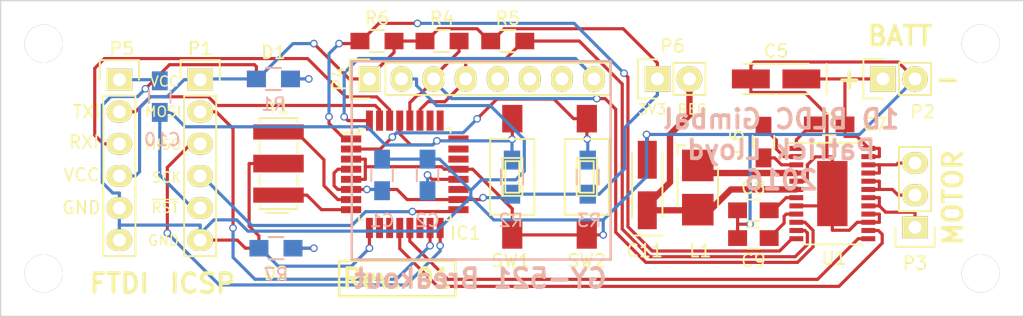
<source format=kicad_pcb>
(kicad_pcb (version 20171130) (host pcbnew "(5.1.12)-1")

  (general
    (thickness 1.6)
    (drawings 33)
    (tracks 418)
    (zones 0)
    (modules 34)
    (nets 34)
  )

  (page A4)
  (layers
    (0 F.Cu signal)
    (31 B.Cu signal)
    (32 B.Adhes user)
    (33 F.Adhes user)
    (34 B.Paste user)
    (35 F.Paste user)
    (36 B.SilkS user)
    (37 F.SilkS user)
    (38 B.Mask user)
    (39 F.Mask user)
    (40 Dwgs.User user)
    (41 Cmts.User user)
    (42 Eco1.User user)
    (43 Eco2.User user)
    (44 Edge.Cuts user)
    (45 Margin user)
    (46 B.CrtYd user)
    (47 F.CrtYd user)
    (48 B.Fab user hide)
    (49 F.Fab user hide)
  )

  (setup
    (last_trace_width 0.25)
    (user_trace_width 0.5)
    (user_trace_width 0.75)
    (user_trace_width 1)
    (trace_clearance 0.2)
    (zone_clearance 0.25)
    (zone_45_only no)
    (trace_min 0.2)
    (via_size 0.6)
    (via_drill 0.4)
    (via_min_size 0.4)
    (via_min_drill 0.3)
    (uvia_size 0.3)
    (uvia_drill 0.1)
    (uvias_allowed no)
    (uvia_min_size 0.2)
    (uvia_min_drill 0.1)
    (edge_width 0.1)
    (segment_width 0.2)
    (pcb_text_width 0.3)
    (pcb_text_size 1.5 1.5)
    (mod_edge_width 0.15)
    (mod_text_size 1 1)
    (mod_text_width 0.15)
    (pad_size 2.4 5.16)
    (pad_drill 0)
    (pad_to_mask_clearance 0)
    (aux_axis_origin 0 0)
    (visible_elements 7FFFFFFF)
    (pcbplotparams
      (layerselection 0x010f0_ffffffff)
      (usegerberextensions true)
      (usegerberattributes true)
      (usegerberadvancedattributes true)
      (creategerberjobfile true)
      (excludeedgelayer false)
      (linewidth 0.100000)
      (plotframeref false)
      (viasonmask false)
      (mode 1)
      (useauxorigin false)
      (hpglpennumber 1)
      (hpglpenspeed 20)
      (hpglpendiameter 15.000000)
      (psnegative false)
      (psa4output false)
      (plotreference true)
      (plotvalue true)
      (plotinvisibletext false)
      (padsonsilk false)
      (subtractmaskfromsilk false)
      (outputformat 1)
      (mirror false)
      (drillshape 0)
      (scaleselection 1)
      (outputdirectory "fab/"))
  )

  (net 0 "")
  (net 1 +3V3)
  (net 2 GND)
  (net 3 "Net-(C2-Pad1)")
  (net 4 +BATT)
  (net 5 "Net-(C6-Pad1)")
  (net 6 "Net-(C6-Pad2)")
  (net 7 "Net-(C7-Pad1)")
  (net 8 "Net-(C8-Pad1)")
  (net 9 /V3P3)
  (net 10 /RESET)
  (net 11 /USART_DTR)
  (net 12 /REG_OUT)
  (net 13 "Net-(D1-Pad2)")
  (net 14 "Net-(D2-Pad2)")
  (net 15 /M_FG)
  (net 16 "Net-(IC1-Pad2)")
  (net 17 "Net-(IC1-Pad7)")
  (net 18 "Net-(IC1-Pad8)")
  (net 19 "Net-(IC1-Pad9)")
  (net 20 /M_DIR)
  (net 21 /M_SPEED)
  (net 22 /ICSP_MOSI)
  (net 23 /ICSP_MISO)
  (net 24 /ICSP_SCK)
  (net 25 /SDA)
  (net 26 /SCL)
  (net 27 /USART_RX)
  (net 28 /USART_TX)
  (net 29 /IMU_INT)
  (net 30 "Net-(L1-Pad1)")
  (net 31 /M_PHASE_U)
  (net 32 /M_PHASE_V)
  (net 33 /M_PHASE_W)

  (net_class Default "This is the default net class."
    (clearance 0.2)
    (trace_width 0.25)
    (via_dia 0.6)
    (via_drill 0.4)
    (uvia_dia 0.3)
    (uvia_drill 0.1)
    (add_net +3V3)
    (add_net +BATT)
    (add_net /ICSP_MISO)
    (add_net /ICSP_MOSI)
    (add_net /ICSP_SCK)
    (add_net /IMU_INT)
    (add_net /M_DIR)
    (add_net /M_FG)
    (add_net /M_PHASE_U)
    (add_net /M_PHASE_V)
    (add_net /M_PHASE_W)
    (add_net /M_SPEED)
    (add_net /REG_OUT)
    (add_net /RESET)
    (add_net /SCL)
    (add_net /SDA)
    (add_net /USART_DTR)
    (add_net /USART_RX)
    (add_net /USART_TX)
    (add_net /V3P3)
    (add_net GND)
    (add_net "Net-(C2-Pad1)")
    (add_net "Net-(C6-Pad1)")
    (add_net "Net-(C6-Pad2)")
    (add_net "Net-(C7-Pad1)")
    (add_net "Net-(C8-Pad1)")
    (add_net "Net-(D1-Pad2)")
    (add_net "Net-(D2-Pad2)")
    (add_net "Net-(IC1-Pad2)")
    (add_net "Net-(IC1-Pad7)")
    (add_net "Net-(IC1-Pad8)")
    (add_net "Net-(IC1-Pad9)")
    (add_net "Net-(L1-Pad1)")
  )

  (module Capacitors_SMD:C_0805_HandSoldering (layer B.Cu) (tedit 541A9B8D) (tstamp 56CB74B7)
    (at 124.2 56.8 90)
    (descr "Capacitor SMD 0805, hand soldering")
    (tags "capacitor 0805")
    (path /564A2794)
    (attr smd)
    (fp_text reference C1 (at -3.6 0 180) (layer B.SilkS)
      (effects (font (size 1 1) (thickness 0.15)) (justify mirror))
    )
    (fp_text value 0.1uF (at 0 -2.1 90) (layer B.Fab)
      (effects (font (size 1 1) (thickness 0.15)) (justify mirror))
    )
    (fp_line (start -0.5 -0.85) (end 0.5 -0.85) (layer B.SilkS) (width 0.15))
    (fp_line (start 0.5 0.85) (end -0.5 0.85) (layer B.SilkS) (width 0.15))
    (fp_line (start 2.3 1) (end 2.3 -1) (layer B.CrtYd) (width 0.05))
    (fp_line (start -2.3 1) (end -2.3 -1) (layer B.CrtYd) (width 0.05))
    (fp_line (start -2.3 -1) (end 2.3 -1) (layer B.CrtYd) (width 0.05))
    (fp_line (start -2.3 1) (end 2.3 1) (layer B.CrtYd) (width 0.05))
    (pad 1 smd rect (at -1.25 0 90) (size 1.5 1.25) (layers B.Cu B.Paste B.Mask)
      (net 1 +3V3))
    (pad 2 smd rect (at 1.25 0 90) (size 1.5 1.25) (layers B.Cu B.Paste B.Mask)
      (net 2 GND))
    (model Capacitors_SMD.3dshapes/C_0805_HandSoldering.wrl
      (at (xyz 0 0 0))
      (scale (xyz 1 1 1))
      (rotate (xyz 0 0 0))
    )
  )

  (module Capacitors_SMD:C_0805_HandSoldering (layer B.Cu) (tedit 541A9B8D) (tstamp 56CB74BD)
    (at 127.8 56.8 90)
    (descr "Capacitor SMD 0805, hand soldering")
    (tags "capacitor 0805")
    (path /564A2125)
    (attr smd)
    (fp_text reference C2 (at -3.6 0 180) (layer B.SilkS)
      (effects (font (size 1 1) (thickness 0.15)) (justify mirror))
    )
    (fp_text value 0.1uF (at 0 -2.1 90) (layer B.Fab)
      (effects (font (size 1 1) (thickness 0.15)) (justify mirror))
    )
    (fp_line (start -0.5 -0.85) (end 0.5 -0.85) (layer B.SilkS) (width 0.15))
    (fp_line (start 0.5 0.85) (end -0.5 0.85) (layer B.SilkS) (width 0.15))
    (fp_line (start 2.3 1) (end 2.3 -1) (layer B.CrtYd) (width 0.05))
    (fp_line (start -2.3 1) (end -2.3 -1) (layer B.CrtYd) (width 0.05))
    (fp_line (start -2.3 -1) (end 2.3 -1) (layer B.CrtYd) (width 0.05))
    (fp_line (start -2.3 1) (end 2.3 1) (layer B.CrtYd) (width 0.05))
    (pad 1 smd rect (at -1.25 0 90) (size 1.5 1.25) (layers B.Cu B.Paste B.Mask)
      (net 3 "Net-(C2-Pad1)"))
    (pad 2 smd rect (at 1.25 0 90) (size 1.5 1.25) (layers B.Cu B.Paste B.Mask)
      (net 2 GND))
    (model Capacitors_SMD.3dshapes/C_0805_HandSoldering.wrl
      (at (xyz 0 0 0))
      (scale (xyz 1 1 1))
      (rotate (xyz 0 0 0))
    )
  )

  (module Capacitors_SMD:C_0805_HandSoldering (layer F.Cu) (tedit 541A9B8D) (tstamp 56CB74C9)
    (at 154.4 54.2 90)
    (descr "Capacitor SMD 0805, hand soldering")
    (tags "capacitor 0805")
    (path /56C7046A)
    (attr smd)
    (fp_text reference C6 (at 0 -2.1 90) (layer F.SilkS)
      (effects (font (size 1 1) (thickness 0.15)))
    )
    (fp_text value 0.1uF (at 0 2.1 90) (layer F.Fab)
      (effects (font (size 1 1) (thickness 0.15)))
    )
    (fp_line (start -0.5 0.85) (end 0.5 0.85) (layer F.SilkS) (width 0.15))
    (fp_line (start 0.5 -0.85) (end -0.5 -0.85) (layer F.SilkS) (width 0.15))
    (fp_line (start 2.3 -1) (end 2.3 1) (layer F.CrtYd) (width 0.05))
    (fp_line (start -2.3 -1) (end -2.3 1) (layer F.CrtYd) (width 0.05))
    (fp_line (start -2.3 1) (end 2.3 1) (layer F.CrtYd) (width 0.05))
    (fp_line (start -2.3 -1) (end 2.3 -1) (layer F.CrtYd) (width 0.05))
    (pad 1 smd rect (at -1.25 0 90) (size 1.5 1.25) (layers F.Cu F.Paste F.Mask)
      (net 5 "Net-(C6-Pad1)"))
    (pad 2 smd rect (at 1.25 0 90) (size 1.5 1.25) (layers F.Cu F.Paste F.Mask)
      (net 6 "Net-(C6-Pad2)"))
    (model Capacitors_SMD.3dshapes/C_0805_HandSoldering.wrl
      (at (xyz 0 0 0))
      (scale (xyz 1 1 1))
      (rotate (xyz 0 0 0))
    )
  )

  (module Capacitors_SMD:C_0805_HandSoldering (layer F.Cu) (tedit 541A9B8D) (tstamp 56CB74CF)
    (at 159.6 52.8)
    (descr "Capacitor SMD 0805, hand soldering")
    (tags "capacitor 0805")
    (path /56C6CA16)
    (attr smd)
    (fp_text reference C7 (at 3.6 0) (layer F.SilkS)
      (effects (font (size 1 1) (thickness 0.15)))
    )
    (fp_text value 0.1uF (at 0 2.1) (layer F.Fab)
      (effects (font (size 1 1) (thickness 0.15)))
    )
    (fp_line (start -0.5 0.85) (end 0.5 0.85) (layer F.SilkS) (width 0.15))
    (fp_line (start 0.5 -0.85) (end -0.5 -0.85) (layer F.SilkS) (width 0.15))
    (fp_line (start 2.3 -1) (end 2.3 1) (layer F.CrtYd) (width 0.05))
    (fp_line (start -2.3 -1) (end -2.3 1) (layer F.CrtYd) (width 0.05))
    (fp_line (start -2.3 1) (end 2.3 1) (layer F.CrtYd) (width 0.05))
    (fp_line (start -2.3 -1) (end 2.3 -1) (layer F.CrtYd) (width 0.05))
    (pad 1 smd rect (at -1.25 0) (size 1.5 1.25) (layers F.Cu F.Paste F.Mask)
      (net 7 "Net-(C7-Pad1)"))
    (pad 2 smd rect (at 1.25 0) (size 1.5 1.25) (layers F.Cu F.Paste F.Mask)
      (net 4 +BATT))
    (model Capacitors_SMD.3dshapes/C_0805_HandSoldering.wrl
      (at (xyz 0 0 0))
      (scale (xyz 1 1 1))
      (rotate (xyz 0 0 0))
    )
  )

  (module Capacitors_SMD:C_0805_HandSoldering (layer F.Cu) (tedit 541A9B8D) (tstamp 56CB74D5)
    (at 153.6 59.6 180)
    (descr "Capacitor SMD 0805, hand soldering")
    (tags "capacitor 0805")
    (path /56C86C8A)
    (attr smd)
    (fp_text reference C8 (at 0 1.8 180) (layer F.SilkS)
      (effects (font (size 1 1) (thickness 0.15)))
    )
    (fp_text value 1uF (at 0 2.1 180) (layer F.Fab)
      (effects (font (size 1 1) (thickness 0.15)))
    )
    (fp_line (start -0.5 0.85) (end 0.5 0.85) (layer F.SilkS) (width 0.15))
    (fp_line (start 0.5 -0.85) (end -0.5 -0.85) (layer F.SilkS) (width 0.15))
    (fp_line (start 2.3 -1) (end 2.3 1) (layer F.CrtYd) (width 0.05))
    (fp_line (start -2.3 -1) (end -2.3 1) (layer F.CrtYd) (width 0.05))
    (fp_line (start -2.3 1) (end 2.3 1) (layer F.CrtYd) (width 0.05))
    (fp_line (start -2.3 -1) (end 2.3 -1) (layer F.CrtYd) (width 0.05))
    (pad 1 smd rect (at -1.25 0 180) (size 1.5 1.25) (layers F.Cu F.Paste F.Mask)
      (net 8 "Net-(C8-Pad1)"))
    (pad 2 smd rect (at 1.25 0 180) (size 1.5 1.25) (layers F.Cu F.Paste F.Mask)
      (net 2 GND))
    (model Capacitors_SMD.3dshapes/C_0805_HandSoldering.wrl
      (at (xyz 0 0 0))
      (scale (xyz 1 1 1))
      (rotate (xyz 0 0 0))
    )
  )

  (module Capacitors_SMD:C_0805_HandSoldering (layer F.Cu) (tedit 541A9B8D) (tstamp 56CB74DB)
    (at 153.6 61.8 180)
    (descr "Capacitor SMD 0805, hand soldering")
    (tags "capacitor 0805")
    (path /56C870BF)
    (attr smd)
    (fp_text reference C9 (at 0 -1.8 180) (layer F.SilkS)
      (effects (font (size 1 1) (thickness 0.15)))
    )
    (fp_text value 1uF (at 0 2.1 180) (layer F.Fab)
      (effects (font (size 1 1) (thickness 0.15)))
    )
    (fp_line (start -0.5 0.85) (end 0.5 0.85) (layer F.SilkS) (width 0.15))
    (fp_line (start 0.5 -0.85) (end -0.5 -0.85) (layer F.SilkS) (width 0.15))
    (fp_line (start 2.3 -1) (end 2.3 1) (layer F.CrtYd) (width 0.05))
    (fp_line (start -2.3 -1) (end -2.3 1) (layer F.CrtYd) (width 0.05))
    (fp_line (start -2.3 1) (end 2.3 1) (layer F.CrtYd) (width 0.05))
    (fp_line (start -2.3 -1) (end 2.3 -1) (layer F.CrtYd) (width 0.05))
    (pad 1 smd rect (at -1.25 0 180) (size 1.5 1.25) (layers F.Cu F.Paste F.Mask)
      (net 9 /V3P3))
    (pad 2 smd rect (at 1.25 0 180) (size 1.5 1.25) (layers F.Cu F.Paste F.Mask)
      (net 2 GND))
    (model Capacitors_SMD.3dshapes/C_0805_HandSoldering.wrl
      (at (xyz 0 0 0))
      (scale (xyz 1 1 1))
      (rotate (xyz 0 0 0))
    )
  )

  (module Capacitors_SMD:C_0805_HandSoldering (layer B.Cu) (tedit 541A9B8D) (tstamp 56CB74E1)
    (at 106.6 50.6 90)
    (descr "Capacitor SMD 0805, hand soldering")
    (tags "capacitor 0805")
    (path /564B00F4)
    (attr smd)
    (fp_text reference C10 (at -3.4 0.2 180) (layer B.SilkS)
      (effects (font (size 1 1) (thickness 0.15)) (justify mirror))
    )
    (fp_text value 0.1uF (at 0 -2.1 90) (layer B.Fab)
      (effects (font (size 1 1) (thickness 0.15)) (justify mirror))
    )
    (fp_line (start -0.5 -0.85) (end 0.5 -0.85) (layer B.SilkS) (width 0.15))
    (fp_line (start 0.5 0.85) (end -0.5 0.85) (layer B.SilkS) (width 0.15))
    (fp_line (start 2.3 1) (end 2.3 -1) (layer B.CrtYd) (width 0.05))
    (fp_line (start -2.3 1) (end -2.3 -1) (layer B.CrtYd) (width 0.05))
    (fp_line (start -2.3 -1) (end 2.3 -1) (layer B.CrtYd) (width 0.05))
    (fp_line (start -2.3 1) (end 2.3 1) (layer B.CrtYd) (width 0.05))
    (pad 1 smd rect (at -1.25 0 90) (size 1.5 1.25) (layers B.Cu B.Paste B.Mask)
      (net 10 /RESET))
    (pad 2 smd rect (at 1.25 0 90) (size 1.5 1.25) (layers B.Cu B.Paste B.Mask)
      (net 11 /USART_DTR))
    (model Capacitors_SMD.3dshapes/C_0805_HandSoldering.wrl
      (at (xyz 0 0 0))
      (scale (xyz 1 1 1))
      (rotate (xyz 0 0 0))
    )
  )

  (module Resistors_SMD:R_0805_HandSoldering (layer F.Cu) (tedit 54189DEE) (tstamp 56CB74ED)
    (at 115.6 49.2)
    (descr "Resistor SMD 0805, hand soldering")
    (tags "resistor 0805")
    (path /564A5320)
    (attr smd)
    (fp_text reference D1 (at 0 -2.1) (layer F.SilkS)
      (effects (font (size 1 1) (thickness 0.15)))
    )
    (fp_text value RED (at 0 2.1) (layer F.Fab)
      (effects (font (size 1 1) (thickness 0.15)))
    )
    (fp_line (start -0.6 -0.875) (end 0.6 -0.875) (layer F.SilkS) (width 0.15))
    (fp_line (start 0.6 0.875) (end -0.6 0.875) (layer F.SilkS) (width 0.15))
    (fp_line (start 2.4 -1) (end 2.4 1) (layer F.CrtYd) (width 0.05))
    (fp_line (start -2.4 -1) (end -2.4 1) (layer F.CrtYd) (width 0.05))
    (fp_line (start -2.4 1) (end 2.4 1) (layer F.CrtYd) (width 0.05))
    (fp_line (start -2.4 -1) (end 2.4 -1) (layer F.CrtYd) (width 0.05))
    (pad 1 smd rect (at -1.35 0) (size 1.5 1.3) (layers F.Cu F.Paste F.Mask)
      (net 2 GND))
    (pad 2 smd rect (at 1.35 0) (size 1.5 1.3) (layers F.Cu F.Paste F.Mask)
      (net 13 "Net-(D1-Pad2)"))
    (model Resistors_SMD.3dshapes/R_0805_HandSoldering.wrl
      (at (xyz 0 0 0))
      (scale (xyz 1 1 1))
      (rotate (xyz 0 0 0))
    )
  )

  (module Resistors_SMD:R_0805_HandSoldering (layer F.Cu) (tedit 54189DEE) (tstamp 56CB74F3)
    (at 115.8 62.6)
    (descr "Resistor SMD 0805, hand soldering")
    (tags "resistor 0805")
    (path /56C8CF44)
    (attr smd)
    (fp_text reference D2 (at 0 2) (layer F.SilkS)
      (effects (font (size 1 1) (thickness 0.15)))
    )
    (fp_text value GRN (at 0 2.1) (layer F.Fab)
      (effects (font (size 1 1) (thickness 0.15)))
    )
    (fp_line (start -0.6 -0.875) (end 0.6 -0.875) (layer F.SilkS) (width 0.15))
    (fp_line (start 0.6 0.875) (end -0.6 0.875) (layer F.SilkS) (width 0.15))
    (fp_line (start 2.4 -1) (end 2.4 1) (layer F.CrtYd) (width 0.05))
    (fp_line (start -2.4 -1) (end -2.4 1) (layer F.CrtYd) (width 0.05))
    (fp_line (start -2.4 1) (end 2.4 1) (layer F.CrtYd) (width 0.05))
    (fp_line (start -2.4 -1) (end 2.4 -1) (layer F.CrtYd) (width 0.05))
    (pad 1 smd rect (at -1.35 0) (size 1.5 1.3) (layers F.Cu F.Paste F.Mask)
      (net 2 GND))
    (pad 2 smd rect (at 1.35 0) (size 1.5 1.3) (layers F.Cu F.Paste F.Mask)
      (net 14 "Net-(D2-Pad2)"))
    (model Resistors_SMD.3dshapes/R_0805_HandSoldering.wrl
      (at (xyz 0 0 0))
      (scale (xyz 1 1 1))
      (rotate (xyz 0 0 0))
    )
  )

  (module Mounting_Holes:MountingHole_3mm (layer F.Cu) (tedit 56CB94CF) (tstamp 56CB74F8)
    (at 97.4 64.6)
    (descr "Mounting hole, Befestigungsbohrung, 3mm, No Annular, Kein Restring,")
    (tags "Mounting hole, Befestigungsbohrung, 3mm, No Annular, Kein Restring,")
    (path /56CBD778)
    (fp_text reference H1 (at 0 -4.0005) (layer F.SilkS) hide
      (effects (font (size 1 1) (thickness 0.15)))
    )
    (fp_text value CONN_01X01 (at 1.00076 5.00126) (layer F.Fab)
      (effects (font (size 1 1) (thickness 0.15)))
    )
    (fp_circle (center 0 0) (end 3 0) (layer Cmts.User) (width 0.381))
    (pad 1 thru_hole circle (at 0 0) (size 3 3) (drill 3) (layers *.Cu *.Mask))
  )

  (module Mounting_Holes:MountingHole_3mm (layer F.Cu) (tedit 56CB94C9) (tstamp 56CB74FD)
    (at 171.6 64.6)
    (descr "Mounting hole, Befestigungsbohrung, 3mm, No Annular, Kein Restring,")
    (tags "Mounting hole, Befestigungsbohrung, 3mm, No Annular, Kein Restring,")
    (path /56CBD6FF)
    (fp_text reference H2 (at 0 -4.0005) (layer F.SilkS) hide
      (effects (font (size 1 1) (thickness 0.15)))
    )
    (fp_text value CONN_01X01 (at 1.00076 5.00126) (layer F.Fab)
      (effects (font (size 1 1) (thickness 0.15)))
    )
    (fp_circle (center 0 0) (end 3 0) (layer Cmts.User) (width 0.381))
    (pad 1 thru_hole circle (at 0 0) (size 3 3) (drill 3) (layers *.Cu *.Mask))
  )

  (module Mounting_Holes:MountingHole_3mm (layer F.Cu) (tedit 56CB94CC) (tstamp 56CB7502)
    (at 97.4 46.4)
    (descr "Mounting hole, Befestigungsbohrung, 3mm, No Annular, Kein Restring,")
    (tags "Mounting hole, Befestigungsbohrung, 3mm, No Annular, Kein Restring,")
    (path /56CBD08A)
    (fp_text reference H3 (at 0 -4.0005) (layer F.SilkS) hide
      (effects (font (size 1 1) (thickness 0.15)))
    )
    (fp_text value CONN_01X01 (at 1.00076 5.00126) (layer F.Fab)
      (effects (font (size 1 1) (thickness 0.15)))
    )
    (fp_circle (center 0 0) (end 3 0) (layer Cmts.User) (width 0.381))
    (pad 1 thru_hole circle (at 0 0) (size 3 3) (drill 3) (layers *.Cu *.Mask))
  )

  (module Mounting_Holes:MountingHole_3mm (layer F.Cu) (tedit 56CB94C6) (tstamp 56CB7507)
    (at 171.6 46.4)
    (descr "Mounting hole, Befestigungsbohrung, 3mm, No Annular, Kein Restring,")
    (tags "Mounting hole, Befestigungsbohrung, 3mm, No Annular, Kein Restring,")
    (path /56CBD689)
    (fp_text reference H4 (at 0 -4.0005) (layer F.SilkS) hide
      (effects (font (size 1 1) (thickness 0.15)))
    )
    (fp_text value CONN_01X01 (at 1.00076 5.00126) (layer F.Fab)
      (effects (font (size 1 1) (thickness 0.15)))
    )
    (fp_circle (center 0 0) (end 3 0) (layer Cmts.User) (width 0.381))
    (pad 1 thru_hole circle (at 0 0) (size 3 3) (drill 3) (layers *.Cu *.Mask))
  )

  (module Housings_QFP:TQFP-32_7x7mm_Pitch0.8mm (layer F.Cu) (tedit 54130A77) (tstamp 56CB752B)
    (at 126 56.75)
    (descr "32-Lead Plastic Thin Quad Flatpack (PT) - 7x7x1.0 mm Body, 2.00 mm [TQFP] (see Microchip Packaging Specification 00000049BS.pdf)")
    (tags "QFP 0.8")
    (path /5654C37A)
    (attr smd)
    (fp_text reference IC1 (at 4.8 4.65) (layer F.SilkS)
      (effects (font (size 1 1) (thickness 0.15)))
    )
    (fp_text value ATMEGA328P-A (at 0 6.05) (layer F.Fab)
      (effects (font (size 1 1) (thickness 0.15)))
    )
    (fp_line (start -3.625 -3.3) (end -5.05 -3.3) (layer F.SilkS) (width 0.15))
    (fp_line (start 3.625 -3.625) (end 3.3 -3.625) (layer F.SilkS) (width 0.15))
    (fp_line (start 3.625 3.625) (end 3.3 3.625) (layer F.SilkS) (width 0.15))
    (fp_line (start -3.625 3.625) (end -3.3 3.625) (layer F.SilkS) (width 0.15))
    (fp_line (start -3.625 -3.625) (end -3.3 -3.625) (layer F.SilkS) (width 0.15))
    (fp_line (start -3.625 3.625) (end -3.625 3.3) (layer F.SilkS) (width 0.15))
    (fp_line (start 3.625 3.625) (end 3.625 3.3) (layer F.SilkS) (width 0.15))
    (fp_line (start 3.625 -3.625) (end 3.625 -3.3) (layer F.SilkS) (width 0.15))
    (fp_line (start -3.625 -3.625) (end -3.625 -3.3) (layer F.SilkS) (width 0.15))
    (fp_line (start -5.3 5.3) (end 5.3 5.3) (layer F.CrtYd) (width 0.05))
    (fp_line (start -5.3 -5.3) (end 5.3 -5.3) (layer F.CrtYd) (width 0.05))
    (fp_line (start 5.3 -5.3) (end 5.3 5.3) (layer F.CrtYd) (width 0.05))
    (fp_line (start -5.3 -5.3) (end -5.3 5.3) (layer F.CrtYd) (width 0.05))
    (pad 1 smd rect (at -4.25 -2.8) (size 1.6 0.55) (layers F.Cu F.Paste F.Mask)
      (net 15 /M_FG))
    (pad 2 smd rect (at -4.25 -2) (size 1.6 0.55) (layers F.Cu F.Paste F.Mask)
      (net 16 "Net-(IC1-Pad2)"))
    (pad 3 smd rect (at -4.25 -1.2) (size 1.6 0.55) (layers F.Cu F.Paste F.Mask)
      (net 2 GND))
    (pad 4 smd rect (at -4.25 -0.4) (size 1.6 0.55) (layers F.Cu F.Paste F.Mask)
      (net 1 +3V3))
    (pad 5 smd rect (at -4.25 0.4) (size 1.6 0.55) (layers F.Cu F.Paste F.Mask)
      (net 2 GND))
    (pad 6 smd rect (at -4.25 1.2) (size 1.6 0.55) (layers F.Cu F.Paste F.Mask)
      (net 1 +3V3))
    (pad 7 smd rect (at -4.25 2) (size 1.6 0.55) (layers F.Cu F.Paste F.Mask)
      (net 17 "Net-(IC1-Pad7)"))
    (pad 8 smd rect (at -4.25 2.8) (size 1.6 0.55) (layers F.Cu F.Paste F.Mask)
      (net 18 "Net-(IC1-Pad8)"))
    (pad 9 smd rect (at -2.8 4.25 90) (size 1.6 0.55) (layers F.Cu F.Paste F.Mask)
      (net 19 "Net-(IC1-Pad9)"))
    (pad 10 smd rect (at -2 4.25 90) (size 1.6 0.55) (layers F.Cu F.Paste F.Mask))
    (pad 11 smd rect (at -1.2 4.25 90) (size 1.6 0.55) (layers F.Cu F.Paste F.Mask))
    (pad 12 smd rect (at -0.4 4.25 90) (size 1.6 0.55) (layers F.Cu F.Paste F.Mask)
      (net 20 /M_DIR))
    (pad 13 smd rect (at 0.4 4.25 90) (size 1.6 0.55) (layers F.Cu F.Paste F.Mask)
      (net 21 /M_SPEED))
    (pad 14 smd rect (at 1.2 4.25 90) (size 1.6 0.55) (layers F.Cu F.Paste F.Mask))
    (pad 15 smd rect (at 2 4.25 90) (size 1.6 0.55) (layers F.Cu F.Paste F.Mask)
      (net 22 /ICSP_MOSI))
    (pad 16 smd rect (at 2.8 4.25 90) (size 1.6 0.55) (layers F.Cu F.Paste F.Mask)
      (net 23 /ICSP_MISO))
    (pad 17 smd rect (at 4.25 2.8) (size 1.6 0.55) (layers F.Cu F.Paste F.Mask)
      (net 24 /ICSP_SCK))
    (pad 18 smd rect (at 4.25 2) (size 1.6 0.55) (layers F.Cu F.Paste F.Mask)
      (net 1 +3V3))
    (pad 19 smd rect (at 4.25 1.2) (size 1.6 0.55) (layers F.Cu F.Paste F.Mask))
    (pad 20 smd rect (at 4.25 0.4) (size 1.6 0.55) (layers F.Cu F.Paste F.Mask)
      (net 3 "Net-(C2-Pad1)"))
    (pad 21 smd rect (at 4.25 -0.4) (size 1.6 0.55) (layers F.Cu F.Paste F.Mask)
      (net 2 GND))
    (pad 22 smd rect (at 4.25 -1.2) (size 1.6 0.55) (layers F.Cu F.Paste F.Mask))
    (pad 23 smd rect (at 4.25 -2) (size 1.6 0.55) (layers F.Cu F.Paste F.Mask))
    (pad 24 smd rect (at 4.25 -2.8) (size 1.6 0.55) (layers F.Cu F.Paste F.Mask))
    (pad 25 smd rect (at 2.8 -4.25 90) (size 1.6 0.55) (layers F.Cu F.Paste F.Mask))
    (pad 26 smd rect (at 2 -4.25 90) (size 1.6 0.55) (layers F.Cu F.Paste F.Mask))
    (pad 27 smd rect (at 1.2 -4.25 90) (size 1.6 0.55) (layers F.Cu F.Paste F.Mask)
      (net 25 /SDA))
    (pad 28 smd rect (at 0.4 -4.25 90) (size 1.6 0.55) (layers F.Cu F.Paste F.Mask)
      (net 26 /SCL))
    (pad 29 smd rect (at -0.4 -4.25 90) (size 1.6 0.55) (layers F.Cu F.Paste F.Mask)
      (net 10 /RESET))
    (pad 30 smd rect (at -1.2 -4.25 90) (size 1.6 0.55) (layers F.Cu F.Paste F.Mask)
      (net 27 /USART_RX))
    (pad 31 smd rect (at -2 -4.25 90) (size 1.6 0.55) (layers F.Cu F.Paste F.Mask)
      (net 28 /USART_TX))
    (pad 32 smd rect (at -2.8 -4.25 90) (size 1.6 0.55) (layers F.Cu F.Paste F.Mask)
      (net 29 /IMU_INT))
    (model Housings_QFP.3dshapes/TQFP-32_7x7mm_Pitch0.8mm.wrl
      (at (xyz 0 0 0))
      (scale (xyz 1 1 1))
      (rotate (xyz 0 0 0))
    )
  )

  (module Inductors:Inductor_1212 (layer F.Cu) (tedit 5652586A) (tstamp 56CB7539)
    (at 149.2 57.8 270)
    (path /56C89119)
    (attr smd)
    (fp_text reference L1 (at 5 -0.2) (layer F.SilkS)
      (effects (font (size 1 1) (thickness 0.15)))
    )
    (fp_text value 47uH (at 0 -2.75 270) (layer F.Fab)
      (effects (font (size 1 1) (thickness 0.15)))
    )
    (fp_line (start -1.5 -1.6) (end 1.5 -1.6) (layer F.SilkS) (width 0.15))
    (fp_line (start 1.5 1.6) (end -1.5 1.6) (layer F.SilkS) (width 0.15))
    (fp_line (start -3.5 -2) (end 3.5 -2) (layer F.CrtYd) (width 0.05))
    (fp_line (start 3.5 -2) (end 3.5 2) (layer F.CrtYd) (width 0.05))
    (fp_line (start 3.5 2) (end -3.5 2) (layer F.CrtYd) (width 0.05))
    (fp_line (start -3.5 2) (end -3.5 -2) (layer F.CrtYd) (width 0.05))
    (fp_line (start -2.6 1.6) (end -3.35 1.6) (layer F.SilkS) (width 0.15))
    (fp_line (start -3.35 1.6) (end -3.35 0.95) (layer F.SilkS) (width 0.15))
    (pad 1 smd rect (at -1.75 0 270) (size 2.5 2.5) (layers F.Cu F.Paste F.Mask)
      (net 30 "Net-(L1-Pad1)"))
    (pad 2 smd rect (at 1.75 0 270) (size 2.5 2.5) (layers F.Cu F.Paste F.Mask)
      (net 12 /REG_OUT))
  )

  (module Pin_Headers:Pin_Header_Straight_1x06 (layer F.Cu) (tedit 0) (tstamp 56CB754E)
    (at 109.8 49.26)
    (descr "Through hole pin header")
    (tags "pin header")
    (path /56CB80A9)
    (fp_text reference P1 (at 0 -2.46) (layer F.SilkS)
      (effects (font (size 1 1) (thickness 0.15)))
    )
    (fp_text value ICSP (at 0 -3.1) (layer F.Fab)
      (effects (font (size 1 1) (thickness 0.15)))
    )
    (fp_line (start -1.55 -1.55) (end 1.55 -1.55) (layer F.SilkS) (width 0.15))
    (fp_line (start -1.55 0) (end -1.55 -1.55) (layer F.SilkS) (width 0.15))
    (fp_line (start 1.27 1.27) (end -1.27 1.27) (layer F.SilkS) (width 0.15))
    (fp_line (start 1.55 -1.55) (end 1.55 0) (layer F.SilkS) (width 0.15))
    (fp_line (start -1.27 13.97) (end -1.27 1.27) (layer F.SilkS) (width 0.15))
    (fp_line (start 1.27 13.97) (end -1.27 13.97) (layer F.SilkS) (width 0.15))
    (fp_line (start 1.27 1.27) (end 1.27 13.97) (layer F.SilkS) (width 0.15))
    (fp_line (start -1.75 14.45) (end 1.75 14.45) (layer F.CrtYd) (width 0.05))
    (fp_line (start -1.75 -1.75) (end 1.75 -1.75) (layer F.CrtYd) (width 0.05))
    (fp_line (start 1.75 -1.75) (end 1.75 14.45) (layer F.CrtYd) (width 0.05))
    (fp_line (start -1.75 -1.75) (end -1.75 14.45) (layer F.CrtYd) (width 0.05))
    (pad 1 thru_hole rect (at 0 0) (size 2.032 1.7272) (drill 1.016) (layers *.Cu *.Mask F.SilkS)
      (net 1 +3V3))
    (pad 2 thru_hole oval (at 0 2.54) (size 2.032 1.7272) (drill 1.016) (layers *.Cu *.Mask F.SilkS)
      (net 22 /ICSP_MOSI))
    (pad 3 thru_hole oval (at 0 5.08) (size 2.032 1.7272) (drill 1.016) (layers *.Cu *.Mask F.SilkS)
      (net 23 /ICSP_MISO))
    (pad 4 thru_hole oval (at 0 7.62) (size 2.032 1.7272) (drill 1.016) (layers *.Cu *.Mask F.SilkS)
      (net 24 /ICSP_SCK))
    (pad 5 thru_hole oval (at 0 10.16) (size 2.032 1.7272) (drill 1.016) (layers *.Cu *.Mask F.SilkS)
      (net 10 /RESET))
    (pad 6 thru_hole oval (at 0 12.7) (size 2.032 1.7272) (drill 1.016) (layers *.Cu *.Mask F.SilkS)
      (net 2 GND))
    (model Pin_Headers.3dshapes/Pin_Header_Straight_1x06.wrl
      (offset (xyz 0 -6.349999904632568 0))
      (scale (xyz 1 1 1))
      (rotate (xyz 0 0 90))
    )
  )

  (module Pin_Headers:Pin_Header_Straight_1x02 (layer F.Cu) (tedit 56CB8408) (tstamp 56CB755F)
    (at 163.86 49.2 90)
    (descr "Through hole pin header")
    (tags "pin header")
    (path /56C68556)
    (fp_text reference P2 (at -2.6 3.14 180) (layer F.SilkS)
      (effects (font (size 1 1) (thickness 0.15)))
    )
    (fp_text value BATT (at 0 -3.1 90) (layer F.Fab)
      (effects (font (size 1 1) (thickness 0.15)))
    )
    (fp_line (start -1.27 3.81) (end 1.27 3.81) (layer F.SilkS) (width 0.15))
    (fp_line (start -1.27 1.27) (end -1.27 3.81) (layer F.SilkS) (width 0.15))
    (fp_line (start -1.55 -1.55) (end 1.55 -1.55) (layer F.SilkS) (width 0.15))
    (fp_line (start -1.55 0) (end -1.55 -1.55) (layer F.SilkS) (width 0.15))
    (fp_line (start 1.27 1.27) (end -1.27 1.27) (layer F.SilkS) (width 0.15))
    (fp_line (start -1.75 4.3) (end 1.75 4.3) (layer F.CrtYd) (width 0.05))
    (fp_line (start -1.75 -1.75) (end 1.75 -1.75) (layer F.CrtYd) (width 0.05))
    (fp_line (start 1.75 -1.75) (end 1.75 4.3) (layer F.CrtYd) (width 0.05))
    (fp_line (start -1.75 -1.75) (end -1.75 4.3) (layer F.CrtYd) (width 0.05))
    (fp_line (start 1.55 -1.55) (end 1.55 0) (layer F.SilkS) (width 0.15))
    (fp_line (start 1.27 1.27) (end 1.27 3.81) (layer F.SilkS) (width 0.15))
    (pad 1 thru_hole rect (at 0 0 90) (size 2.032 2.032) (drill 1.016) (layers *.Cu *.Mask F.SilkS)
      (net 4 +BATT))
    (pad 2 thru_hole oval (at 0 2.54 90) (size 2.032 2.032) (drill 1.016) (layers *.Cu *.Mask F.SilkS)
      (net 2 GND))
    (model Pin_Headers.3dshapes/Pin_Header_Straight_1x02.wrl
      (offset (xyz 0 -1.269999980926514 0))
      (scale (xyz 1 1 1))
      (rotate (xyz 0 0 90))
    )
  )

  (module Pin_Headers:Pin_Header_Straight_1x03 (layer F.Cu) (tedit 0) (tstamp 56CB7571)
    (at 166.4 60.94 180)
    (descr "Through hole pin header")
    (tags "pin header")
    (path /56C68C56)
    (fp_text reference P3 (at 0 -2.86 180) (layer F.SilkS)
      (effects (font (size 1 1) (thickness 0.15)))
    )
    (fp_text value MOTOR (at 0 -3.1 180) (layer F.Fab)
      (effects (font (size 1 1) (thickness 0.15)))
    )
    (fp_line (start -1.55 -1.55) (end 1.55 -1.55) (layer F.SilkS) (width 0.15))
    (fp_line (start -1.55 0) (end -1.55 -1.55) (layer F.SilkS) (width 0.15))
    (fp_line (start 1.27 1.27) (end -1.27 1.27) (layer F.SilkS) (width 0.15))
    (fp_line (start 1.55 -1.55) (end 1.55 0) (layer F.SilkS) (width 0.15))
    (fp_line (start 1.27 6.35) (end 1.27 1.27) (layer F.SilkS) (width 0.15))
    (fp_line (start -1.27 6.35) (end 1.27 6.35) (layer F.SilkS) (width 0.15))
    (fp_line (start -1.27 1.27) (end -1.27 6.35) (layer F.SilkS) (width 0.15))
    (fp_line (start -1.75 6.85) (end 1.75 6.85) (layer F.CrtYd) (width 0.05))
    (fp_line (start -1.75 -1.75) (end 1.75 -1.75) (layer F.CrtYd) (width 0.05))
    (fp_line (start 1.75 -1.75) (end 1.75 6.85) (layer F.CrtYd) (width 0.05))
    (fp_line (start -1.75 -1.75) (end -1.75 6.85) (layer F.CrtYd) (width 0.05))
    (pad 1 thru_hole rect (at 0 0 180) (size 2.032 1.7272) (drill 1.016) (layers *.Cu *.Mask F.SilkS)
      (net 31 /M_PHASE_U))
    (pad 2 thru_hole oval (at 0 2.54 180) (size 2.032 1.7272) (drill 1.016) (layers *.Cu *.Mask F.SilkS)
      (net 32 /M_PHASE_V))
    (pad 3 thru_hole oval (at 0 5.08 180) (size 2.032 1.7272) (drill 1.016) (layers *.Cu *.Mask F.SilkS)
      (net 33 /M_PHASE_W))
    (model Pin_Headers.3dshapes/Pin_Header_Straight_1x03.wrl
      (offset (xyz 0 -2.539999961853027 0))
      (scale (xyz 1 1 1))
      (rotate (xyz 0 0 90))
    )
  )

  (module Pin_Headers:Pin_Header_Straight_1x08 (layer F.Cu) (tedit 0) (tstamp 56CB7588)
    (at 123.2 49.2 90)
    (descr "Through hole pin header")
    (tags "pin header")
    (path /56C5F99C)
    (fp_text reference P4 (at 0 -2.4 90) (layer F.SilkS)
      (effects (font (size 1 1) (thickness 0.15)))
    )
    (fp_text value IMU (at 0 -3.1 90) (layer F.Fab)
      (effects (font (size 1 1) (thickness 0.15)))
    )
    (fp_line (start -1.55 -1.55) (end 1.55 -1.55) (layer F.SilkS) (width 0.15))
    (fp_line (start -1.55 0) (end -1.55 -1.55) (layer F.SilkS) (width 0.15))
    (fp_line (start 1.27 1.27) (end -1.27 1.27) (layer F.SilkS) (width 0.15))
    (fp_line (start 1.55 -1.55) (end 1.55 0) (layer F.SilkS) (width 0.15))
    (fp_line (start -1.27 19.05) (end -1.27 1.27) (layer F.SilkS) (width 0.15))
    (fp_line (start 1.27 19.05) (end -1.27 19.05) (layer F.SilkS) (width 0.15))
    (fp_line (start 1.27 1.27) (end 1.27 19.05) (layer F.SilkS) (width 0.15))
    (fp_line (start -1.75 19.55) (end 1.75 19.55) (layer F.CrtYd) (width 0.05))
    (fp_line (start -1.75 -1.75) (end 1.75 -1.75) (layer F.CrtYd) (width 0.05))
    (fp_line (start 1.75 -1.75) (end 1.75 19.55) (layer F.CrtYd) (width 0.05))
    (fp_line (start -1.75 -1.75) (end -1.75 19.55) (layer F.CrtYd) (width 0.05))
    (pad 1 thru_hole rect (at 0 0 90) (size 2.032 1.7272) (drill 1.016) (layers *.Cu *.Mask F.SilkS)
      (net 1 +3V3))
    (pad 2 thru_hole oval (at 0 2.54 90) (size 2.032 1.7272) (drill 1.016) (layers *.Cu *.Mask F.SilkS)
      (net 2 GND))
    (pad 3 thru_hole oval (at 0 5.08 90) (size 2.032 1.7272) (drill 1.016) (layers *.Cu *.Mask F.SilkS)
      (net 26 /SCL))
    (pad 4 thru_hole oval (at 0 7.62 90) (size 2.032 1.7272) (drill 1.016) (layers *.Cu *.Mask F.SilkS)
      (net 25 /SDA))
    (pad 5 thru_hole oval (at 0 10.16 90) (size 2.032 1.7272) (drill 1.016) (layers *.Cu *.Mask F.SilkS))
    (pad 6 thru_hole oval (at 0 12.7 90) (size 2.032 1.7272) (drill 1.016) (layers *.Cu *.Mask F.SilkS))
    (pad 7 thru_hole oval (at 0 15.24 90) (size 2.032 1.7272) (drill 1.016) (layers *.Cu *.Mask F.SilkS))
    (pad 8 thru_hole oval (at 0 17.78 90) (size 2.032 1.7272) (drill 1.016) (layers *.Cu *.Mask F.SilkS)
      (net 29 /IMU_INT))
    (model Pin_Headers.3dshapes/Pin_Header_Straight_1x08.wrl
      (offset (xyz 0 -8.889999866485596 0))
      (scale (xyz 1 1 1))
      (rotate (xyz 0 0 90))
    )
  )

  (module Pin_Headers:Pin_Header_Straight_1x06 (layer F.Cu) (tedit 0) (tstamp 56CB759D)
    (at 103.4 49.26)
    (descr "Through hole pin header")
    (tags "pin header")
    (path /56CA6C17)
    (fp_text reference P5 (at 0.2 -2.46) (layer F.SilkS)
      (effects (font (size 1 1) (thickness 0.15)))
    )
    (fp_text value FTDI (at 0 -3.1) (layer F.Fab)
      (effects (font (size 1 1) (thickness 0.15)))
    )
    (fp_line (start -1.55 -1.55) (end 1.55 -1.55) (layer F.SilkS) (width 0.15))
    (fp_line (start -1.55 0) (end -1.55 -1.55) (layer F.SilkS) (width 0.15))
    (fp_line (start 1.27 1.27) (end -1.27 1.27) (layer F.SilkS) (width 0.15))
    (fp_line (start 1.55 -1.55) (end 1.55 0) (layer F.SilkS) (width 0.15))
    (fp_line (start -1.27 13.97) (end -1.27 1.27) (layer F.SilkS) (width 0.15))
    (fp_line (start 1.27 13.97) (end -1.27 13.97) (layer F.SilkS) (width 0.15))
    (fp_line (start 1.27 1.27) (end 1.27 13.97) (layer F.SilkS) (width 0.15))
    (fp_line (start -1.75 14.45) (end 1.75 14.45) (layer F.CrtYd) (width 0.05))
    (fp_line (start -1.75 -1.75) (end 1.75 -1.75) (layer F.CrtYd) (width 0.05))
    (fp_line (start 1.75 -1.75) (end 1.75 14.45) (layer F.CrtYd) (width 0.05))
    (fp_line (start -1.75 -1.75) (end -1.75 14.45) (layer F.CrtYd) (width 0.05))
    (pad 1 thru_hole rect (at 0 0) (size 2.032 1.7272) (drill 1.016) (layers *.Cu *.Mask F.SilkS)
      (net 11 /USART_DTR))
    (pad 2 thru_hole oval (at 0 2.54) (size 2.032 1.7272) (drill 1.016) (layers *.Cu *.Mask F.SilkS)
      (net 28 /USART_TX))
    (pad 3 thru_hole oval (at 0 5.08) (size 2.032 1.7272) (drill 1.016) (layers *.Cu *.Mask F.SilkS)
      (net 27 /USART_RX))
    (pad 4 thru_hole oval (at 0 7.62) (size 2.032 1.7272) (drill 1.016) (layers *.Cu *.Mask F.SilkS)
      (net 1 +3V3))
    (pad 5 thru_hole oval (at 0 10.16) (size 2.032 1.7272) (drill 1.016) (layers *.Cu *.Mask F.SilkS)
      (net 2 GND))
    (pad 6 thru_hole oval (at 0 12.7) (size 2.032 1.7272) (drill 1.016) (layers *.Cu *.Mask F.SilkS)
      (net 2 GND))
    (model Pin_Headers.3dshapes/Pin_Header_Straight_1x06.wrl
      (offset (xyz 0 -6.349999904632568 0))
      (scale (xyz 1 1 1))
      (rotate (xyz 0 0 90))
    )
  )

  (module Pin_Headers:Pin_Header_Straight_1x02 (layer F.Cu) (tedit 54EA090C) (tstamp 56CB75AE)
    (at 146 49.2 90)
    (descr "Through hole pin header")
    (tags "pin header")
    (path /56C87A97)
    (fp_text reference P6 (at 2.6 1.2 180) (layer F.SilkS)
      (effects (font (size 1 1) (thickness 0.15)))
    )
    (fp_text value 3V3_CONN (at 0 -3.1 90) (layer F.Fab)
      (effects (font (size 1 1) (thickness 0.15)))
    )
    (fp_line (start -1.27 3.81) (end 1.27 3.81) (layer F.SilkS) (width 0.15))
    (fp_line (start -1.27 1.27) (end -1.27 3.81) (layer F.SilkS) (width 0.15))
    (fp_line (start -1.55 -1.55) (end 1.55 -1.55) (layer F.SilkS) (width 0.15))
    (fp_line (start -1.55 0) (end -1.55 -1.55) (layer F.SilkS) (width 0.15))
    (fp_line (start 1.27 1.27) (end -1.27 1.27) (layer F.SilkS) (width 0.15))
    (fp_line (start -1.75 4.3) (end 1.75 4.3) (layer F.CrtYd) (width 0.05))
    (fp_line (start -1.75 -1.75) (end 1.75 -1.75) (layer F.CrtYd) (width 0.05))
    (fp_line (start 1.75 -1.75) (end 1.75 4.3) (layer F.CrtYd) (width 0.05))
    (fp_line (start -1.75 -1.75) (end -1.75 4.3) (layer F.CrtYd) (width 0.05))
    (fp_line (start 1.55 -1.55) (end 1.55 0) (layer F.SilkS) (width 0.15))
    (fp_line (start 1.27 1.27) (end 1.27 3.81) (layer F.SilkS) (width 0.15))
    (pad 1 thru_hole rect (at 0 0 90) (size 2.032 2.032) (drill 1.016) (layers *.Cu *.Mask F.SilkS)
      (net 1 +3V3))
    (pad 2 thru_hole oval (at 0 2.54 90) (size 2.032 2.032) (drill 1.016) (layers *.Cu *.Mask F.SilkS)
      (net 12 /REG_OUT))
    (model Pin_Headers.3dshapes/Pin_Header_Straight_1x02.wrl
      (offset (xyz 0 -1.269999980926514 0))
      (scale (xyz 1 1 1))
      (rotate (xyz 0 0 90))
    )
  )

  (module Resistors_SMD:R_0805_HandSoldering (layer B.Cu) (tedit 54189DEE) (tstamp 56CB75B4)
    (at 115.6 49.2)
    (descr "Resistor SMD 0805, hand soldering")
    (tags "resistor 0805")
    (path /564A52CE)
    (attr smd)
    (fp_text reference R1 (at 0 2) (layer B.SilkS)
      (effects (font (size 1 1) (thickness 0.15)) (justify mirror))
    )
    (fp_text value 330 (at 0 -2.1) (layer B.Fab)
      (effects (font (size 1 1) (thickness 0.15)) (justify mirror))
    )
    (fp_line (start -0.6 0.875) (end 0.6 0.875) (layer B.SilkS) (width 0.15))
    (fp_line (start 0.6 -0.875) (end -0.6 -0.875) (layer B.SilkS) (width 0.15))
    (fp_line (start 2.4 1) (end 2.4 -1) (layer B.CrtYd) (width 0.05))
    (fp_line (start -2.4 1) (end -2.4 -1) (layer B.CrtYd) (width 0.05))
    (fp_line (start -2.4 -1) (end 2.4 -1) (layer B.CrtYd) (width 0.05))
    (fp_line (start -2.4 1) (end 2.4 1) (layer B.CrtYd) (width 0.05))
    (pad 1 smd rect (at -1.35 0) (size 1.5 1.3) (layers B.Cu B.Paste B.Mask)
      (net 1 +3V3))
    (pad 2 smd rect (at 1.35 0) (size 1.5 1.3) (layers B.Cu B.Paste B.Mask)
      (net 13 "Net-(D1-Pad2)"))
    (model Resistors_SMD.3dshapes/R_0805_HandSoldering.wrl
      (at (xyz 0 0 0))
      (scale (xyz 1 1 1))
      (rotate (xyz 0 0 0))
    )
  )

  (module Resistors_SMD:R_0805_HandSoldering (layer B.Cu) (tedit 54189DEE) (tstamp 56CB75BA)
    (at 134.487 56.975 270)
    (descr "Resistor SMD 0805, hand soldering")
    (tags "resistor 0805")
    (path /564AFFEA)
    (attr smd)
    (fp_text reference R2 (at 3.425047 0.087437 180) (layer B.SilkS)
      (effects (font (size 1 1) (thickness 0.15)) (justify mirror))
    )
    (fp_text value 10K (at 0 -2.1 270) (layer B.Fab)
      (effects (font (size 1 1) (thickness 0.15)) (justify mirror))
    )
    (fp_line (start -0.6 0.875) (end 0.6 0.875) (layer B.SilkS) (width 0.15))
    (fp_line (start 0.6 -0.875) (end -0.6 -0.875) (layer B.SilkS) (width 0.15))
    (fp_line (start 2.4 1) (end 2.4 -1) (layer B.CrtYd) (width 0.05))
    (fp_line (start -2.4 1) (end -2.4 -1) (layer B.CrtYd) (width 0.05))
    (fp_line (start -2.4 -1) (end 2.4 -1) (layer B.CrtYd) (width 0.05))
    (fp_line (start -2.4 1) (end 2.4 1) (layer B.CrtYd) (width 0.05))
    (pad 1 smd rect (at -1.35 0 270) (size 1.5 1.3) (layers B.Cu B.Paste B.Mask)
      (net 10 /RESET))
    (pad 2 smd rect (at 1.35 0 270) (size 1.5 1.3) (layers B.Cu B.Paste B.Mask)
      (net 1 +3V3))
    (model Resistors_SMD.3dshapes/R_0805_HandSoldering.wrl
      (at (xyz 0 0 0))
      (scale (xyz 1 1 1))
      (rotate (xyz 0 0 0))
    )
  )

  (module Resistors_SMD:R_0805_HandSoldering (layer B.Cu) (tedit 54189DEE) (tstamp 56CB75C0)
    (at 140.487 56.975 270)
    (descr "Resistor SMD 0805, hand soldering")
    (tags "resistor 0805")
    (path /56C94FEF)
    (attr smd)
    (fp_text reference R3 (at 3.425047 -0.112563) (layer B.SilkS)
      (effects (font (size 1 1) (thickness 0.15)) (justify mirror))
    )
    (fp_text value 10K (at 0 -2.1 270) (layer B.Fab)
      (effects (font (size 1 1) (thickness 0.15)) (justify mirror))
    )
    (fp_line (start -0.6 0.875) (end 0.6 0.875) (layer B.SilkS) (width 0.15))
    (fp_line (start 0.6 -0.875) (end -0.6 -0.875) (layer B.SilkS) (width 0.15))
    (fp_line (start 2.4 1) (end 2.4 -1) (layer B.CrtYd) (width 0.05))
    (fp_line (start -2.4 1) (end -2.4 -1) (layer B.CrtYd) (width 0.05))
    (fp_line (start -2.4 -1) (end 2.4 -1) (layer B.CrtYd) (width 0.05))
    (fp_line (start -2.4 1) (end 2.4 1) (layer B.CrtYd) (width 0.05))
    (pad 1 smd rect (at -1.35 0 270) (size 1.5 1.3) (layers B.Cu B.Paste B.Mask)
      (net 16 "Net-(IC1-Pad2)"))
    (pad 2 smd rect (at 1.35 0 270) (size 1.5 1.3) (layers B.Cu B.Paste B.Mask)
      (net 1 +3V3))
    (model Resistors_SMD.3dshapes/R_0805_HandSoldering.wrl
      (at (xyz 0 0 0))
      (scale (xyz 1 1 1))
      (rotate (xyz 0 0 0))
    )
  )

  (module Resistors_SMD:R_0805_HandSoldering (layer F.Cu) (tedit 54189DEE) (tstamp 56CB75C6)
    (at 128.95 46.2)
    (descr "Resistor SMD 0805, hand soldering")
    (tags "resistor 0805")
    (path /56C8E0D5)
    (attr smd)
    (fp_text reference R4 (at 0 -1.8) (layer F.SilkS)
      (effects (font (size 1 1) (thickness 0.15)))
    )
    (fp_text value DNP (at 0 2.1) (layer F.Fab)
      (effects (font (size 1 1) (thickness 0.15)))
    )
    (fp_line (start -0.6 -0.875) (end 0.6 -0.875) (layer F.SilkS) (width 0.15))
    (fp_line (start 0.6 0.875) (end -0.6 0.875) (layer F.SilkS) (width 0.15))
    (fp_line (start 2.4 -1) (end 2.4 1) (layer F.CrtYd) (width 0.05))
    (fp_line (start -2.4 -1) (end -2.4 1) (layer F.CrtYd) (width 0.05))
    (fp_line (start -2.4 1) (end 2.4 1) (layer F.CrtYd) (width 0.05))
    (fp_line (start -2.4 -1) (end 2.4 -1) (layer F.CrtYd) (width 0.05))
    (pad 1 smd rect (at -1.35 0) (size 1.5 1.3) (layers F.Cu F.Paste F.Mask)
      (net 1 +3V3))
    (pad 2 smd rect (at 1.35 0) (size 1.5 1.3) (layers F.Cu F.Paste F.Mask)
      (net 26 /SCL))
    (model Resistors_SMD.3dshapes/R_0805_HandSoldering.wrl
      (at (xyz 0 0 0))
      (scale (xyz 1 1 1))
      (rotate (xyz 0 0 0))
    )
  )

  (module Resistors_SMD:R_0805_HandSoldering (layer F.Cu) (tedit 54189DEE) (tstamp 56CB75CC)
    (at 134.15 46.2)
    (descr "Resistor SMD 0805, hand soldering")
    (tags "resistor 0805")
    (path /56C8E3BF)
    (attr smd)
    (fp_text reference R5 (at 0 -1.8) (layer F.SilkS)
      (effects (font (size 1 1) (thickness 0.15)))
    )
    (fp_text value DNP (at 0 2.1) (layer F.Fab)
      (effects (font (size 1 1) (thickness 0.15)))
    )
    (fp_line (start -0.6 -0.875) (end 0.6 -0.875) (layer F.SilkS) (width 0.15))
    (fp_line (start 0.6 0.875) (end -0.6 0.875) (layer F.SilkS) (width 0.15))
    (fp_line (start 2.4 -1) (end 2.4 1) (layer F.CrtYd) (width 0.05))
    (fp_line (start -2.4 -1) (end -2.4 1) (layer F.CrtYd) (width 0.05))
    (fp_line (start -2.4 1) (end 2.4 1) (layer F.CrtYd) (width 0.05))
    (fp_line (start -2.4 -1) (end 2.4 -1) (layer F.CrtYd) (width 0.05))
    (pad 1 smd rect (at -1.35 0) (size 1.5 1.3) (layers F.Cu F.Paste F.Mask)
      (net 1 +3V3))
    (pad 2 smd rect (at 1.35 0) (size 1.5 1.3) (layers F.Cu F.Paste F.Mask)
      (net 25 /SDA))
    (model Resistors_SMD.3dshapes/R_0805_HandSoldering.wrl
      (at (xyz 0 0 0))
      (scale (xyz 1 1 1))
      (rotate (xyz 0 0 0))
    )
  )

  (module Resistors_SMD:R_0805_HandSoldering (layer F.Cu) (tedit 54189DEE) (tstamp 56CB75D2)
    (at 123.8 46.2 180)
    (descr "Resistor SMD 0805, hand soldering")
    (tags "resistor 0805")
    (path /56C8DFB4)
    (attr smd)
    (fp_text reference R6 (at 0 1.8 180) (layer F.SilkS)
      (effects (font (size 1 1) (thickness 0.15)))
    )
    (fp_text value DNP (at 0 2.1 180) (layer F.Fab)
      (effects (font (size 1 1) (thickness 0.15)))
    )
    (fp_line (start -0.6 -0.875) (end 0.6 -0.875) (layer F.SilkS) (width 0.15))
    (fp_line (start 0.6 0.875) (end -0.6 0.875) (layer F.SilkS) (width 0.15))
    (fp_line (start 2.4 -1) (end 2.4 1) (layer F.CrtYd) (width 0.05))
    (fp_line (start -2.4 -1) (end -2.4 1) (layer F.CrtYd) (width 0.05))
    (fp_line (start -2.4 1) (end 2.4 1) (layer F.CrtYd) (width 0.05))
    (fp_line (start -2.4 -1) (end 2.4 -1) (layer F.CrtYd) (width 0.05))
    (pad 1 smd rect (at -1.35 0 180) (size 1.5 1.3) (layers F.Cu F.Paste F.Mask)
      (net 1 +3V3))
    (pad 2 smd rect (at 1.35 0 180) (size 1.5 1.3) (layers F.Cu F.Paste F.Mask)
      (net 15 /M_FG))
    (model Resistors_SMD.3dshapes/R_0805_HandSoldering.wrl
      (at (xyz 0 0 0))
      (scale (xyz 1 1 1))
      (rotate (xyz 0 0 0))
    )
  )

  (module Resistors_SMD:R_0805_HandSoldering (layer B.Cu) (tedit 54189DEE) (tstamp 56CB75D8)
    (at 115.8 62.6)
    (descr "Resistor SMD 0805, hand soldering")
    (tags "resistor 0805")
    (path /56C8CF3E)
    (attr smd)
    (fp_text reference R7 (at 0 2.1) (layer B.SilkS)
      (effects (font (size 1 1) (thickness 0.15)) (justify mirror))
    )
    (fp_text value 330 (at 0 -2.1) (layer B.Fab)
      (effects (font (size 1 1) (thickness 0.15)) (justify mirror))
    )
    (fp_line (start -0.6 0.875) (end 0.6 0.875) (layer B.SilkS) (width 0.15))
    (fp_line (start 0.6 -0.875) (end -0.6 -0.875) (layer B.SilkS) (width 0.15))
    (fp_line (start 2.4 1) (end 2.4 -1) (layer B.CrtYd) (width 0.05))
    (fp_line (start -2.4 1) (end -2.4 -1) (layer B.CrtYd) (width 0.05))
    (fp_line (start -2.4 -1) (end 2.4 -1) (layer B.CrtYd) (width 0.05))
    (fp_line (start -2.4 1) (end 2.4 1) (layer B.CrtYd) (width 0.05))
    (pad 1 smd rect (at -1.35 0) (size 1.5 1.3) (layers B.Cu B.Paste B.Mask)
      (net 19 "Net-(IC1-Pad9)"))
    (pad 2 smd rect (at 1.35 0) (size 1.5 1.3) (layers B.Cu B.Paste B.Mask)
      (net 14 "Net-(D2-Pad2)"))
    (model Resistors_SMD.3dshapes/R_0805_HandSoldering.wrl
      (at (xyz 0 0 0))
      (scale (xyz 1 1 1))
      (rotate (xyz 0 0 0))
    )
  )

  (module Buttons_Switches_SMD:SW_SPST_FSMSM (layer F.Cu) (tedit 555C8B1B) (tstamp 56CB75DE)
    (at 134.511 56.9479 270)
    (descr http://www.te.com/commerce/DocumentDelivery/DDEController?Action=srchrtrv&DocNm=1437566-3&DocType=Customer+Drawing&DocLang=English)
    (tags "SPST button tactile switch")
    (path /564AFF35)
    (attr smd)
    (fp_text reference SW1 (at 6.652135 0.110903) (layer F.SilkS)
      (effects (font (size 1 1) (thickness 0.15)))
    )
    (fp_text value SW_PUSH (at 0.01011 -0.00022 270) (layer F.Fab)
      (effects (font (size 1 1) (thickness 0.15)))
    )
    (fp_line (start -5.85 -2) (end 5.9 -2) (layer F.CrtYd) (width 0.05))
    (fp_line (start -5.85 -2) (end -5.85 1.95) (layer F.CrtYd) (width 0.05))
    (fp_line (start 3.01011 -1.75022) (end 3.01011 1.74978) (layer F.SilkS) (width 0.15))
    (fp_line (start -2.98989 -1.75022) (end -2.98989 1.74978) (layer F.SilkS) (width 0.15))
    (fp_line (start -2.98989 -1.75022) (end 3.01011 -1.75022) (layer F.SilkS) (width 0.15))
    (fp_line (start -2.98989 1.74978) (end 3.01011 1.74978) (layer F.SilkS) (width 0.15))
    (fp_line (start 5.9 -2) (end 5.9 1.95) (layer F.CrtYd) (width 0.05))
    (fp_line (start -5.85 1.95) (end 5.9 1.95) (layer F.CrtYd) (width 0.05))
    (fp_line (start -1.48989 -0.80022) (end -1.48989 0.79978) (layer F.SilkS) (width 0.15))
    (fp_line (start 1.51011 -0.80022) (end 1.51011 0.79978) (layer F.SilkS) (width 0.15))
    (fp_line (start -1.48989 -0.80022) (end 1.51011 -0.80022) (layer F.SilkS) (width 0.15))
    (fp_line (start -1.48989 0.79978) (end 1.51011 0.79978) (layer F.SilkS) (width 0.15))
    (fp_line (start -1.23989 0.54978) (end -1.23989 -0.55022) (layer F.SilkS) (width 0.15))
    (fp_line (start 1.26011 0.54978) (end -1.23989 0.54978) (layer F.SilkS) (width 0.15))
    (fp_line (start 1.26011 -0.55022) (end 1.26011 0.54978) (layer F.SilkS) (width 0.15))
    (fp_line (start -1.23989 -0.55022) (end 1.26011 -0.55022) (layer F.SilkS) (width 0.15))
    (pad 1 smd rect (at -4.60243 -0.00232 270) (size 2.18 1.6) (layers F.Cu F.Paste F.Mask)
      (net 10 /RESET))
    (pad 2 smd rect (at 4.60243 0.00232 270) (size 2.18 1.6) (layers F.Cu F.Paste F.Mask)
      (net 2 GND))
  )

  (module Buttons_Switches_SMD:SW_SPST_FSMSM (layer F.Cu) (tedit 555C8B1B) (tstamp 56CB75E4)
    (at 140.411 56.9479 270)
    (descr http://www.te.com/commerce/DocumentDelivery/DDEController?Action=srchrtrv&DocNm=1437566-3&DocType=Customer+Drawing&DocLang=English)
    (tags "SPST button tactile switch")
    (path /56C94CD1)
    (attr smd)
    (fp_text reference SW2 (at 6.652135 0.010903) (layer F.SilkS)
      (effects (font (size 1 1) (thickness 0.15)))
    )
    (fp_text value SW_PUSH (at 0.01011 -0.00022 270) (layer F.Fab)
      (effects (font (size 1 1) (thickness 0.15)))
    )
    (fp_line (start -5.85 -2) (end 5.9 -2) (layer F.CrtYd) (width 0.05))
    (fp_line (start -5.85 -2) (end -5.85 1.95) (layer F.CrtYd) (width 0.05))
    (fp_line (start 3.01011 -1.75022) (end 3.01011 1.74978) (layer F.SilkS) (width 0.15))
    (fp_line (start -2.98989 -1.75022) (end -2.98989 1.74978) (layer F.SilkS) (width 0.15))
    (fp_line (start -2.98989 -1.75022) (end 3.01011 -1.75022) (layer F.SilkS) (width 0.15))
    (fp_line (start -2.98989 1.74978) (end 3.01011 1.74978) (layer F.SilkS) (width 0.15))
    (fp_line (start 5.9 -2) (end 5.9 1.95) (layer F.CrtYd) (width 0.05))
    (fp_line (start -5.85 1.95) (end 5.9 1.95) (layer F.CrtYd) (width 0.05))
    (fp_line (start -1.48989 -0.80022) (end -1.48989 0.79978) (layer F.SilkS) (width 0.15))
    (fp_line (start 1.51011 -0.80022) (end 1.51011 0.79978) (layer F.SilkS) (width 0.15))
    (fp_line (start -1.48989 -0.80022) (end 1.51011 -0.80022) (layer F.SilkS) (width 0.15))
    (fp_line (start -1.48989 0.79978) (end 1.51011 0.79978) (layer F.SilkS) (width 0.15))
    (fp_line (start -1.23989 0.54978) (end -1.23989 -0.55022) (layer F.SilkS) (width 0.15))
    (fp_line (start 1.26011 0.54978) (end -1.23989 0.54978) (layer F.SilkS) (width 0.15))
    (fp_line (start 1.26011 -0.55022) (end 1.26011 0.54978) (layer F.SilkS) (width 0.15))
    (fp_line (start -1.23989 -0.55022) (end 1.26011 -0.55022) (layer F.SilkS) (width 0.15))
    (pad 1 smd rect (at -4.60243 -0.00232 270) (size 2.18 1.6) (layers F.Cu F.Paste F.Mask)
      (net 16 "Net-(IC1-Pad2)"))
    (pad 2 smd rect (at 4.60243 0.00232 270) (size 2.18 1.6) (layers F.Cu F.Paste F.Mask)
      (net 2 GND))
  )

  (module gimbal-board:TSSOP-24_4.4x7.8mm_Pitch0.65mm_EP (layer F.Cu) (tedit 56CB8553) (tstamp 56CB760C)
    (at 159.85 58.275)
    (descr "TSSOP24: plastic thin shrink small outline package; 24 leads; body width 4.4 mm; (see NXP SSOP-TSSOP-VSO-REFLOW.pdf and sot355-1_po.pdf)")
    (tags "SSOP 0.65")
    (path /56C6495F)
    (attr smd)
    (fp_text reference U1 (at 0.15 5.125) (layer F.SilkS)
      (effects (font (size 1 1) (thickness 0.15)))
    )
    (fp_text value DRV10975 (at 0 4.95) (layer F.Fab)
      (effects (font (size 1 1) (thickness 0.15)))
    )
    (fp_line (start -2.325 -4) (end -3.4 -4) (layer F.SilkS) (width 0.15))
    (fp_line (start -2.325 4.025) (end 2.325 4.025) (layer F.SilkS) (width 0.15))
    (fp_line (start -2.325 -4.025) (end 2.325 -4.025) (layer F.SilkS) (width 0.15))
    (fp_line (start -2.325 4.025) (end -2.325 4) (layer F.SilkS) (width 0.15))
    (fp_line (start 2.325 4.025) (end 2.325 4) (layer F.SilkS) (width 0.15))
    (fp_line (start 2.325 -4.025) (end 2.325 -4) (layer F.SilkS) (width 0.15))
    (fp_line (start -2.325 -4.025) (end -2.325 -4) (layer F.SilkS) (width 0.15))
    (fp_line (start -3.65 4.2) (end 3.65 4.2) (layer F.CrtYd) (width 0.05))
    (fp_line (start -3.65 -4.2) (end 3.65 -4.2) (layer F.CrtYd) (width 0.05))
    (fp_line (start 3.65 -4.2) (end 3.65 4.2) (layer F.CrtYd) (width 0.05))
    (fp_line (start -3.65 -4.2) (end -3.65 4.2) (layer F.CrtYd) (width 0.05))
    (pad 1 smd rect (at -2.85 -3.575) (size 1.1 0.4) (layers F.Cu F.Paste F.Mask)
      (net 7 "Net-(C7-Pad1)"))
    (pad 2 smd rect (at -2.85 -2.925) (size 1.1 0.4) (layers F.Cu F.Paste F.Mask)
      (net 6 "Net-(C6-Pad2)"))
    (pad 3 smd rect (at -2.85 -2.275) (size 1.1 0.4) (layers F.Cu F.Paste F.Mask)
      (net 5 "Net-(C6-Pad1)"))
    (pad 4 smd rect (at -2.85 -1.625) (size 1.1 0.4) (layers F.Cu F.Paste F.Mask)
      (net 30 "Net-(L1-Pad1)"))
    (pad 5 smd rect (at -2.85 -0.975) (size 1.1 0.4) (layers F.Cu F.Paste F.Mask)
      (net 2 GND))
    (pad 6 smd rect (at -2.85 -0.325) (size 1.1 0.4) (layers F.Cu F.Paste F.Mask)
      (net 12 /REG_OUT))
    (pad 7 smd rect (at -2.85 0.325) (size 1.1 0.4) (layers F.Cu F.Paste F.Mask)
      (net 8 "Net-(C8-Pad1)"))
    (pad 8 smd rect (at -2.85 0.975) (size 1.1 0.4) (layers F.Cu F.Paste F.Mask)
      (net 2 GND))
    (pad 9 smd rect (at -2.85 1.625) (size 1.1 0.4) (layers F.Cu F.Paste F.Mask)
      (net 9 /V3P3))
    (pad 10 smd rect (at -2.85 2.275) (size 1.1 0.4) (layers F.Cu F.Paste F.Mask)
      (net 26 /SCL))
    (pad 11 smd rect (at -2.85 2.925) (size 1.1 0.4) (layers F.Cu F.Paste F.Mask)
      (net 25 /SDA))
    (pad 12 smd rect (at -2.85 3.575) (size 1.1 0.4) (layers F.Cu F.Paste F.Mask)
      (net 15 /M_FG))
    (pad 13 smd rect (at 2.85 3.575) (size 1.1 0.4) (layers F.Cu F.Paste F.Mask)
      (net 21 /M_SPEED))
    (pad 14 smd rect (at 2.85 2.925) (size 1.1 0.4) (layers F.Cu F.Paste F.Mask)
      (net 20 /M_DIR))
    (pad 15 smd rect (at 2.85 2.275) (size 1.1 0.4) (layers F.Cu F.Paste F.Mask)
      (net 2 GND))
    (pad 16 smd rect (at 2.85 1.625) (size 1.1 0.4) (layers F.Cu F.Paste F.Mask)
      (net 2 GND))
    (pad 17 smd rect (at 2.85 0.975) (size 1.1 0.4) (layers F.Cu F.Paste F.Mask)
      (net 31 /M_PHASE_U))
    (pad 18 smd rect (at 2.85 0.325) (size 1.1 0.4) (layers F.Cu F.Paste F.Mask)
      (net 31 /M_PHASE_U))
    (pad 19 smd rect (at 2.85 -0.325) (size 1.1 0.4) (layers F.Cu F.Paste F.Mask)
      (net 32 /M_PHASE_V))
    (pad 20 smd rect (at 2.85 -0.975) (size 1.1 0.4) (layers F.Cu F.Paste F.Mask)
      (net 32 /M_PHASE_V))
    (pad 21 smd rect (at 2.85 -1.625) (size 1.1 0.4) (layers F.Cu F.Paste F.Mask)
      (net 33 /M_PHASE_W))
    (pad 22 smd rect (at 2.85 -2.275) (size 1.1 0.4) (layers F.Cu F.Paste F.Mask)
      (net 33 /M_PHASE_W))
    (pad 23 smd rect (at 2.85 -2.925) (size 1.1 0.4) (layers F.Cu F.Paste F.Mask)
      (net 4 +BATT))
    (pad 24 smd rect (at 2.85 -3.575) (size 1.1 0.4) (layers F.Cu F.Paste F.Mask)
      (net 4 +BATT))
    (pad EP smd rect (at 0 0) (size 2.4 5.16) (layers F.Cu F.Paste F.Mask)
      (net 2 GND))
    (model Housings_SSOP.3dshapes/TSSOP-24_4.4x7.8mm_Pitch0.65mm.wrl
      (at (xyz 0 0 0))
      (scale (xyz 1 1 1))
      (rotate (xyz 0 0 0))
    )
  )

  (module Crystals:Resonator_7.2x3mm (layer F.Cu) (tedit 54F075B8) (tstamp 56CB7613)
    (at 116 55.9 90)
    (descr "Murata CSTCC8M00G53-R0; 8MHz resonator, SMD, 0.5+0.3%; Farnell (Element 14) #1170435")
    (tags resonator)
    (path /56CA7168)
    (attr smd)
    (fp_text reference Y1 (at 4.5 0 180) (layer F.SilkS)
      (effects (font (size 1 1) (thickness 0.15)))
    )
    (fp_text value Resonator (at 0 3.5 90) (layer F.Fab)
      (effects (font (size 1 1) (thickness 0.15)))
    )
    (fp_line (start -4.1 -2.5) (end -4.1 2.5) (layer F.CrtYd) (width 0.05))
    (fp_line (start -4 2.5) (end 4 2.5) (layer F.CrtYd) (width 0.05))
    (fp_line (start 4.1 -2) (end 4.1 1.8) (layer F.CrtYd) (width 0.05))
    (fp_line (start -4.1 -2.5) (end 2.7 -2.5) (layer F.CrtYd) (width 0.05))
    (fp_line (start 4.1 -2.5) (end 4.1 -2) (layer F.CrtYd) (width 0.05))
    (fp_line (start 2.7 -2.5) (end 4.1 -2.5) (layer F.CrtYd) (width 0.05))
    (fp_line (start 4.1 2.5) (end 4 2.5) (layer F.CrtYd) (width 0.05))
    (fp_line (start 4.1 1.8) (end 4.1 2.5) (layer F.CrtYd) (width 0.05))
    (fp_line (start -4 2.5) (end -4.1 2.5) (layer F.CrtYd) (width 0.05))
    (fp_line (start -3.6 -1.5) (end -3.6 1.5) (layer F.SilkS) (width 0.15))
    (fp_line (start 3.6 -1.5) (end 3.6 1.5) (layer F.SilkS) (width 0.15))
    (fp_line (start -3.6 1.5) (end -3.3 1.5) (layer F.SilkS) (width 0.15))
    (fp_line (start -1.7 1.5) (end -0.9 1.5) (layer F.SilkS) (width 0.15))
    (fp_line (start 0.9 1.5) (end 1.7 1.5) (layer F.SilkS) (width 0.15))
    (fp_line (start 3.3 1.5) (end 3.6 1.5) (layer F.SilkS) (width 0.15))
    (fp_line (start 3.6 -1.5) (end 3.3 -1.5) (layer F.SilkS) (width 0.15))
    (fp_line (start 1.7 -1.5) (end 0.9 -1.5) (layer F.SilkS) (width 0.15))
    (fp_line (start -0.9 -1.5) (end -1.7 -1.5) (layer F.SilkS) (width 0.15))
    (fp_line (start -3.3 -1.5) (end -3.6 -1.5) (layer F.SilkS) (width 0.15))
    (fp_line (start -3.9 -1) (end -3.9 0.8) (layer F.SilkS) (width 0.15))
    (pad 1 smd rect (at -2.5 0 90) (size 1.2 4) (layers F.Cu F.Paste F.Mask)
      (net 18 "Net-(IC1-Pad8)"))
    (pad 2 smd rect (at 0 0 90) (size 1.4 4) (layers F.Cu F.Paste F.Mask)
      (net 2 GND))
    (pad 3 smd rect (at 2.5 0 90) (size 1.2 4) (layers F.Cu F.Paste F.Mask)
      (net 17 "Net-(IC1-Pad7)"))
  )

  (module gimbal-board:TantalC_SizeA_EIA-3216_HandSoldering (layer F.Cu) (tedit 56CB82EE) (tstamp 56CB74C3)
    (at 155.4 49.2 180)
    (descr "Tantal Cap. , Size A, EIA-3216, Hand Soldering,")
    (tags "Tantal Cap. , Size A, EIA-3216, Hand Soldering,")
    (path /56C6DD73)
    (attr smd)
    (fp_text reference C5 (at 0 2.2 180) (layer F.SilkS)
      (effects (font (size 1 1) (thickness 0.15)))
    )
    (fp_text value 10uF (at -0.09906 3.0988 180) (layer F.Fab)
      (effects (font (size 1 1) (thickness 0.15)))
    )
    (fp_line (start -3.99542 -1.19888) (end -3.99542 1.19888) (layer F.SilkS) (width 0.15))
    (fp_line (start 2.60096 -1.19888) (end -2.60096 -1.19888) (layer F.SilkS) (width 0.15))
    (fp_line (start -2.60096 1.19888) (end 2.60096 1.19888) (layer F.SilkS) (width 0.15))
    (fp_text user + (at -4.59994 -1.80086 180) (layer F.SilkS) hide
      (effects (font (size 1 1) (thickness 0.15)))
    )
    (pad 2 smd rect (at 1.99898 0 180) (size 2.99974 1.50114) (layers F.Cu F.Paste F.Mask)
      (net 2 GND))
    (pad 1 smd rect (at -1.99898 0 180) (size 2.99974 1.50114) (layers F.Cu F.Paste F.Mask)
      (net 4 +BATT))
    (model Capacitors_Tantalum_SMD.3dshapes/TantalC_SizeA_EIA-3216_HandSoldering.wrl
      (at (xyz 0 0 0))
      (scale (xyz 1 1 1))
      (rotate (xyz 0 0 180))
    )
  )

  (module gimbal-board:TantalC_SizeA_EIA-3216_HandSoldering (layer F.Cu) (tedit 56CB82EE) (tstamp 56CB74E7)
    (at 145.2 57.6 90)
    (descr "Tantal Cap. , Size A, EIA-3216, Hand Soldering,")
    (tags "Tantal Cap. , Size A, EIA-3216, Hand Soldering,")
    (path /56C89249)
    (attr smd)
    (fp_text reference C11 (at -5.2 -0.2 180) (layer F.SilkS)
      (effects (font (size 1 1) (thickness 0.15)))
    )
    (fp_text value 10uF (at -0.09906 3.0988 90) (layer F.Fab)
      (effects (font (size 1 1) (thickness 0.15)))
    )
    (fp_line (start -3.99542 -1.19888) (end -3.99542 1.19888) (layer F.SilkS) (width 0.15))
    (fp_line (start 2.60096 -1.19888) (end -2.60096 -1.19888) (layer F.SilkS) (width 0.15))
    (fp_line (start -2.60096 1.19888) (end 2.60096 1.19888) (layer F.SilkS) (width 0.15))
    (fp_text user + (at -4.59994 -1.80086 90) (layer F.SilkS) hide
      (effects (font (size 1 1) (thickness 0.15)))
    )
    (pad 2 smd rect (at 1.99898 0 90) (size 2.99974 1.50114) (layers F.Cu F.Paste F.Mask)
      (net 2 GND))
    (pad 1 smd rect (at -1.99898 0 90) (size 2.99974 1.50114) (layers F.Cu F.Paste F.Mask)
      (net 12 /REG_OUT))
    (model Capacitors_Tantalum_SMD.3dshapes/TantalC_SizeA_EIA-3216_HandSoldering.wrl
      (at (xyz 0 0 0))
      (scale (xyz 1 1 1))
      (rotate (xyz 0 0 180))
    )
  )

  (gr_line (start 130 63.6) (end 120.8 63.6) (layer F.SilkS) (width 0.2))
  (gr_line (start 130 66.4) (end 130 63.6) (layer F.SilkS) (width 0.2))
  (gr_line (start 120.8 66.4) (end 130 66.4) (layer F.SilkS) (width 0.2))
  (gr_line (start 120.8 63.6) (end 120.8 66.4) (layer F.SilkS) (width 0.2))
  (gr_line (start 94 68) (end 94 43) (layer Edge.Cuts) (width 0.1))
  (gr_line (start 175 68) (end 94 68) (layer Edge.Cuts) (width 0.1))
  (gr_line (start 175 43) (end 175 68) (layer Edge.Cuts) (width 0.1))
  (gr_line (start 94 43) (end 175 43) (layer Edge.Cuts) (width 0.1))
  (gr_line (start 121.8 63.5) (end 142.3 63.5) (layer B.SilkS) (width 0.2) (tstamp 56CB7B67))
  (gr_line (start 121.8 47.8) (end 121.8 63.5) (layer B.SilkS) (width 0.2) (tstamp 56CB7B66))
  (gr_line (start 142.3 47.8) (end 142.3 63.5) (layer B.SilkS) (width 0.2) (tstamp 56CB7B65))
  (gr_line (start 121.8 47.8) (end 142.3 47.8) (layer B.SilkS) (width 0.2))
  (gr_text "Rev. 01" (at 125.4 65) (layer F.SilkS) (tstamp 56CBA60F)
    (effects (font (size 1.5 1.5) (thickness 0.3)))
  )
  (gr_text "1D BLDC Gimbal\nPatrick Lloyd\n2016" (at 155.8 54.8) (layer B.SilkS)
    (effects (font (size 1.5 1.5) (thickness 0.3)) (justify mirror))
  )
  (gr_text REG (at 150 51.6) (layer F.SilkS) (tstamp 56CBA0D5)
    (effects (font (size 0.8 0.8) (thickness 0.12)) (justify right))
  )
  (gr_text 3V3 (at 144.4 51.6) (layer F.SilkS) (tstamp 56CBA0BF)
    (effects (font (size 0.8 0.8) (thickness 0.12)) (justify left))
  )
  (gr_text VCC (at 108.2 49.4) (layer F.SilkS) (tstamp 56CB9F70)
    (effects (font (size 0.8 0.8) (thickness 0.12)) (justify right))
  )
  (gr_text MOSI (at 108.4 51.8) (layer F.SilkS) (tstamp 56CB9F65)
    (effects (font (size 0.8 0.8) (thickness 0.12)) (justify right))
  )
  (gr_text GND (at 108.2 62) (layer F.SilkS) (tstamp 56CB9F58)
    (effects (font (size 0.8 0.8) (thickness 0.12)) (justify right))
  )
  (gr_text ~RST (at 108.2 59.4) (layer F.SilkS) (tstamp 56CB9F39)
    (effects (font (size 0.8 0.8) (thickness 0.12)) (justify right))
  )
  (gr_text SCK (at 108.4 57) (layer F.SilkS) (tstamp 56CB9F30)
    (effects (font (size 0.8 0.8) (thickness 0.12)) (justify right))
  )
  (gr_text MISO (at 108.4 54.4) (layer F.SilkS) (tstamp 56CB9F00)
    (effects (font (size 0.8 0.8) (thickness 0.12)) (justify right))
  )
  (gr_text GND (at 100.4 59.4) (layer F.SilkS) (tstamp 56CB9EAF)
    (effects (font (size 1 1) (thickness 0.15)))
  )
  (gr_text VCC (at 100.4 56.8) (layer F.SilkS) (tstamp 56CB9EAA)
    (effects (font (size 1 1) (thickness 0.15)))
  )
  (gr_text RXI (at 100.6 54.2) (layer F.SilkS) (tstamp 56CB9EA8)
    (effects (font (size 1 1) (thickness 0.15)))
  )
  (gr_text TXI (at 100.8 51.8) (layer F.SilkS)
    (effects (font (size 1 1) (thickness 0.15)))
  )
  (gr_text ICSP (at 110 65.4) (layer F.SilkS)
    (effects (font (size 1.5 1.5) (thickness 0.3)))
  )
  (gr_text FTDI (at 103.4 65.4) (layer F.SilkS)
    (effects (font (size 1.5 1.5) (thickness 0.3)))
  )
  (gr_text - (at 169 49.2) (layer F.SilkS)
    (effects (font (size 1.5 1.5) (thickness 0.3)))
  )
  (gr_text + (at 161.2 49.2) (layer F.SilkS)
    (effects (font (size 1.5 1.5) (thickness 0.3)))
  )
  (gr_text BATT (at 165.2 45.8) (layer F.SilkS)
    (effects (font (size 1.5 1.5) (thickness 0.3)))
  )
  (gr_text MOTOR (at 169.4 58.6 90) (layer F.SilkS)
    (effects (font (size 1.5 1.5) (thickness 0.3)))
  )
  (gr_text "GY-521 Breakout" (at 132 65) (layer B.SilkS)
    (effects (font (size 1.5 1.5) (thickness 0.3)) (justify mirror))
  )

  (segment (start 114.25 49.2) (end 109.86 49.2) (width 0.25) (layer B.Cu) (net 1))
  (segment (start 109.86 49.2) (end 109.8 49.26) (width 0.25) (layer B.Cu) (net 1))
  (segment (start 123 57.95) (end 125.384 57.95) (width 0.25) (layer F.Cu) (net 1))
  (segment (start 125.384 57.95) (end 126.184 58.75) (width 0.25) (layer F.Cu) (net 1))
  (segment (start 126.184 58.75) (end 130.25 58.75) (width 0.25) (layer F.Cu) (net 1))
  (segment (start 121.75 57.95) (end 120.7 57.95) (width 0.25) (layer F.Cu) (net 1))
  (segment (start 120.7 57.95) (end 120.4 57.65) (width 0.25) (layer F.Cu) (net 1))
  (segment (start 120.4 57.65) (end 120.4 56.65) (width 0.25) (layer F.Cu) (net 1))
  (segment (start 120.4 56.65) (end 120.7 56.35) (width 0.25) (layer F.Cu) (net 1))
  (segment (start 120.7 56.35) (end 121.75 56.35) (width 0.25) (layer F.Cu) (net 1))
  (segment (start 121.75 57.95) (end 123 57.95) (width 0.25) (layer F.Cu) (net 1))
  (segment (start 123 57.95) (end 124.1 57.95) (width 0.25) (layer B.Cu) (net 1))
  (segment (start 124.1 57.95) (end 124.2 58.05) (width 0.25) (layer B.Cu) (net 1))
  (segment (start 103.4 56.88) (end 104.666 56.88) (width 0.25) (layer B.Cu) (net 1))
  (segment (start 104.666 56.88) (end 105 56.546) (width 0.25) (layer B.Cu) (net 1))
  (segment (start 105 56.546) (end 105 51.49) (width 0.25) (layer B.Cu) (net 1))
  (segment (start 105 51.49) (end 105.878 50.6116) (width 0.25) (layer B.Cu) (net 1))
  (segment (start 105.878 50.6116) (end 107.182 50.6116) (width 0.25) (layer B.Cu) (net 1))
  (segment (start 107.182 50.6116) (end 108.534 49.26) (width 0.25) (layer B.Cu) (net 1))
  (segment (start 108.534 49.26) (end 109.8 49.26) (width 0.25) (layer B.Cu) (net 1))
  (segment (start 114.25 49.2) (end 114.35 49.2) (width 0.25) (layer B.Cu) (net 1))
  (segment (start 114.35 49.2) (end 117.15 46.4) (width 0.25) (layer B.Cu) (net 1))
  (segment (start 117.15 46.4) (end 118.8 46.4) (width 0.25) (layer B.Cu) (net 1))
  (segment (start 118.8 46.4) (end 121.6 49.2) (width 0.25) (layer F.Cu) (net 1))
  (segment (start 121.6 49.2) (end 123.2 49.2) (width 0.25) (layer F.Cu) (net 1))
  (segment (start 123.2 49.2) (end 123.2 49.0476) (width 0.25) (layer F.Cu) (net 1))
  (segment (start 123.2 49.0476) (end 125.15 47.0976) (width 0.25) (layer F.Cu) (net 1))
  (segment (start 125.15 47.0976) (end 125.15 46.2) (width 0.25) (layer F.Cu) (net 1))
  (segment (start 125.15 46.2) (end 127.6 46.2) (width 0.25) (layer F.Cu) (net 1))
  (segment (start 130.25 58.75) (end 132.05 58.75) (width 0.25) (layer F.Cu) (net 1))
  (segment (start 132.05 58.75) (end 132.2 58.6) (width 0.25) (layer F.Cu) (net 1))
  (segment (start 132.2 58.6) (end 134.212 58.6) (width 0.25) (layer B.Cu) (net 1))
  (segment (start 134.212 58.6) (end 134.487 58.325) (width 0.25) (layer B.Cu) (net 1))
  (segment (start 134.487 58.325) (end 140.487 58.325) (width 0.25) (layer B.Cu) (net 1))
  (segment (start 140.487 58.325) (end 141.387 58.325) (width 0.25) (layer B.Cu) (net 1))
  (segment (start 141.387 58.325) (end 143.4 56.3124) (width 0.25) (layer B.Cu) (net 1))
  (segment (start 143.4 56.3124) (end 143.4 53.066) (width 0.25) (layer B.Cu) (net 1))
  (segment (start 143.4 53.066) (end 146 50.466) (width 0.25) (layer B.Cu) (net 1))
  (segment (start 146 50.466) (end 146 49.2) (width 0.25) (layer B.Cu) (net 1))
  (segment (start 127.6 46.2) (end 127.7 46.2) (width 0.25) (layer F.Cu) (net 1))
  (segment (start 127.7 46.2) (end 128.675 45.225) (width 0.25) (layer F.Cu) (net 1))
  (segment (start 128.675 45.225) (end 131.725 45.225) (width 0.25) (layer F.Cu) (net 1))
  (segment (start 131.725 45.225) (end 132.7 46.2) (width 0.25) (layer F.Cu) (net 1))
  (segment (start 132.7 46.2) (end 132.8 46.2) (width 0.25) (layer F.Cu) (net 1))
  (segment (start 132.8 46.2) (end 132.9 46.2) (width 0.25) (layer F.Cu) (net 1))
  (segment (start 132.9 46.2) (end 133.875 45.225) (width 0.25) (layer F.Cu) (net 1))
  (segment (start 133.875 45.225) (end 143.291 45.225) (width 0.25) (layer F.Cu) (net 1))
  (segment (start 143.291 45.225) (end 146 47.934) (width 0.25) (layer F.Cu) (net 1))
  (segment (start 146 47.934) (end 146 49.2) (width 0.25) (layer F.Cu) (net 1))
  (via (at 123 57.95) (size 0.6) (layers F.Cu B.Cu) (net 1))
  (via (at 118.8 46.4) (size 0.6) (layers F.Cu B.Cu) (net 1))
  (via (at 132.2 58.6) (size 0.6) (layers F.Cu B.Cu) (net 1))
  (segment (start 127.8 55.55) (end 124.2 55.55) (width 0.25) (layer B.Cu) (net 2))
  (segment (start 128.1422 55.55) (end 127.8 55.55) (width 0.25) (layer B.Cu) (net 2))
  (segment (start 128.1422 55.55) (end 128.7501 55.55) (width 0.25) (layer B.Cu) (net 2))
  (segment (start 153.3375 53.5969) (end 145.1402 53.5969) (width 0.25) (layer B.Cu) (net 2))
  (segment (start 166.4 49.2) (end 162.0031 53.5969) (width 0.25) (layer B.Cu) (net 2))
  (segment (start 162.0031 53.5969) (end 153.3375 53.5969) (width 0.25) (layer B.Cu) (net 2))
  (segment (start 153.3375 53.5969) (end 153.3375 60.7) (width 0.25) (layer B.Cu) (net 2))
  (segment (start 152.35 60.7) (end 153.3375 60.7) (width 0.25) (layer F.Cu) (net 2))
  (segment (start 152.35 60.7) (end 152.35 59.6) (width 0.25) (layer F.Cu) (net 2))
  (segment (start 152.35 61.8) (end 152.35 60.7) (width 0.25) (layer F.Cu) (net 2))
  (segment (start 103.4 59.42) (end 103.4 58.2313) (width 0.25) (layer B.Cu) (net 2))
  (segment (start 114.25 49.2) (end 114.25 48.2249) (width 0.25) (layer F.Cu) (net 2))
  (segment (start 114.25 48.2249) (end 114.0963 48.0712) (width 0.25) (layer F.Cu) (net 2))
  (segment (start 114.0963 48.0712) (end 107.3716 48.0712) (width 0.25) (layer F.Cu) (net 2))
  (segment (start 107.3716 48.0712) (end 105.4631 49.9797) (width 0.25) (layer F.Cu) (net 2))
  (segment (start 103.4 58.2313) (end 102.8799 58.2313) (width 0.25) (layer B.Cu) (net 2))
  (segment (start 102.8799 58.2313) (end 102.0488 57.4002) (width 0.25) (layer B.Cu) (net 2))
  (segment (start 102.0488 57.4002) (end 102.0488 51.2816) (width 0.25) (layer B.Cu) (net 2))
  (segment (start 102.0488 51.2816) (end 102.7371 50.5933) (width 0.25) (layer B.Cu) (net 2))
  (segment (start 102.7371 50.5933) (end 104.8495 50.5933) (width 0.25) (layer B.Cu) (net 2))
  (segment (start 104.8495 50.5933) (end 105.4631 49.9797) (width 0.25) (layer B.Cu) (net 2))
  (segment (start 131.2257 58.5452) (end 133.0431 60.3626) (width 0.25) (layer B.Cu) (net 2))
  (segment (start 133.0431 60.3626) (end 141.7129 60.3626) (width 0.25) (layer B.Cu) (net 2))
  (segment (start 131.2257 58.0256) (end 131.2257 58.5452) (width 0.25) (layer B.Cu) (net 2))
  (segment (start 109.8 61.4475) (end 110.8875 60.36) (width 0.25) (layer B.Cu) (net 2))
  (segment (start 110.8875 60.36) (end 112.6864 60.36) (width 0.25) (layer B.Cu) (net 2))
  (segment (start 112.6864 60.36) (end 113.5765 61.2501) (width 0.25) (layer B.Cu) (net 2))
  (segment (start 113.5765 61.2501) (end 128.5208 61.2501) (width 0.25) (layer B.Cu) (net 2))
  (segment (start 128.5208 61.2501) (end 131.2257 58.5452) (width 0.25) (layer B.Cu) (net 2))
  (segment (start 109.8 61.4475) (end 109.8 60.7713) (width 0.25) (layer B.Cu) (net 2))
  (segment (start 109.8 61.96) (end 109.8 61.4475) (width 0.25) (layer B.Cu) (net 2))
  (segment (start 122.8751 56.1502) (end 122.8751 55.55) (width 0.25) (layer F.Cu) (net 2))
  (segment (start 122.8751 57.15) (end 122.8751 56.1502) (width 0.25) (layer F.Cu) (net 2))
  (segment (start 122.8751 56.1502) (end 128.9251 56.1502) (width 0.25) (layer F.Cu) (net 2))
  (segment (start 128.9251 56.1502) (end 129.1249 56.35) (width 0.25) (layer F.Cu) (net 2))
  (segment (start 130.25 56.35) (end 129.1249 56.35) (width 0.25) (layer F.Cu) (net 2))
  (segment (start 121.75 55.55) (end 122.8751 55.55) (width 0.25) (layer F.Cu) (net 2))
  (segment (start 121.75 57.15) (end 122.8751 57.15) (width 0.25) (layer F.Cu) (net 2))
  (segment (start 130.25 56.35) (end 131.3751 56.35) (width 0.25) (layer F.Cu) (net 2))
  (segment (start 131.3751 56.35) (end 134.5087 59.4836) (width 0.25) (layer F.Cu) (net 2))
  (segment (start 134.5087 59.4836) (end 134.5087 61.5503) (width 0.25) (layer F.Cu) (net 2))
  (segment (start 114.45 62.6) (end 113.3749 62.6) (width 0.25) (layer F.Cu) (net 2))
  (segment (start 109.8 61.96) (end 112.7349 61.96) (width 0.25) (layer F.Cu) (net 2))
  (segment (start 112.7349 61.96) (end 113.3749 62.6) (width 0.25) (layer F.Cu) (net 2))
  (segment (start 103.4 60.7713) (end 103.4 59.42) (width 0.25) (layer B.Cu) (net 2))
  (segment (start 103.4 61.96) (end 103.4 60.7713) (width 0.25) (layer B.Cu) (net 2))
  (segment (start 103.4 60.7713) (end 109.8 60.7713) (width 0.25) (layer B.Cu) (net 2))
  (segment (start 125.74 49.2) (end 126.9287 49.2) (width 0.25) (layer B.Cu) (net 2))
  (segment (start 126.9287 49.2) (end 126.9287 49.7201) (width 0.25) (layer B.Cu) (net 2))
  (segment (start 126.9287 49.7201) (end 128.5195 51.3109) (width 0.25) (layer B.Cu) (net 2))
  (segment (start 128.5195 51.3109) (end 132.7712 51.3109) (width 0.25) (layer B.Cu) (net 2))
  (segment (start 132.7712 51.3109) (end 135.4622 54.0019) (width 0.25) (layer B.Cu) (net 2))
  (segment (start 135.4622 54.0019) (end 135.4622 56.5095) (width 0.25) (layer B.Cu) (net 2))
  (segment (start 135.4622 56.5095) (end 134.7879 57.1838) (width 0.25) (layer B.Cu) (net 2))
  (segment (start 134.7879 57.1838) (end 132.0675 57.1838) (width 0.25) (layer B.Cu) (net 2))
  (segment (start 132.0675 57.1838) (end 131.2257 58.0256) (width 0.25) (layer B.Cu) (net 2))
  (segment (start 131.2257 58.0256) (end 128.7501 55.55) (width 0.25) (layer B.Cu) (net 2))
  (segment (start 145.1402 53.5969) (end 145.1402 56.9353) (width 0.25) (layer B.Cu) (net 2))
  (segment (start 145.1402 56.9353) (end 141.7129 60.3626) (width 0.25) (layer B.Cu) (net 2))
  (segment (start 141.7129 60.3626) (end 141.7129 61.5503) (width 0.25) (layer B.Cu) (net 2))
  (segment (start 140.4087 61.5503) (end 134.5087 61.5503) (width 0.25) (layer F.Cu) (net 2))
  (segment (start 140.9713 61.5503) (end 140.4087 61.5503) (width 0.25) (layer F.Cu) (net 2))
  (segment (start 140.9713 61.5503) (end 141.5338 61.5503) (width 0.25) (layer F.Cu) (net 2))
  (segment (start 159.4252 55.3699) (end 158.5068 55.3699) (width 0.25) (layer F.Cu) (net 2))
  (segment (start 158.5068 55.3699) (end 157.8751 56.0016) (width 0.25) (layer F.Cu) (net 2))
  (segment (start 157.8751 56.0016) (end 157.8751 57.3) (width 0.25) (layer F.Cu) (net 2))
  (segment (start 159.85 55.3699) (end 159.4252 55.3699) (width 0.25) (layer F.Cu) (net 2))
  (segment (start 159.4252 55.3699) (end 159.4252 52.0363) (width 0.25) (layer F.Cu) (net 2))
  (segment (start 159.4252 52.0363) (end 157.6646 50.2757) (width 0.25) (layer F.Cu) (net 2))
  (segment (start 157.6646 50.2757) (end 153.401 50.2757) (width 0.25) (layer F.Cu) (net 2))
  (segment (start 153.401 49.2) (end 153.401 50.2757) (width 0.25) (layer F.Cu) (net 2))
  (segment (start 159.85 58.275) (end 159.85 61.1801) (width 0.25) (layer F.Cu) (net 2))
  (segment (start 162.7 60.55) (end 161.8249 60.55) (width 0.25) (layer F.Cu) (net 2))
  (segment (start 161.8249 60.55) (end 161.1948 61.1801) (width 0.25) (layer F.Cu) (net 2))
  (segment (start 161.1948 61.1801) (end 159.85 61.1801) (width 0.25) (layer F.Cu) (net 2))
  (segment (start 157.7626 59.25) (end 158.875 59.25) (width 0.25) (layer F.Cu) (net 2))
  (segment (start 158.875 59.25) (end 159.85 58.275) (width 0.25) (layer F.Cu) (net 2))
  (segment (start 157 59.25) (end 157.7626 59.25) (width 0.25) (layer F.Cu) (net 2))
  (segment (start 163.1376 60.55) (end 162.7 60.55) (width 0.25) (layer F.Cu) (net 2))
  (segment (start 163.1376 60.55) (end 163.5751 60.55) (width 0.25) (layer F.Cu) (net 2))
  (segment (start 162.7 59.9) (end 163.5751 59.9) (width 0.25) (layer F.Cu) (net 2))
  (segment (start 163.5751 59.9) (end 163.5751 60.55) (width 0.25) (layer F.Cu) (net 2))
  (segment (start 157 57.3) (end 157.8751 57.3) (width 0.25) (layer F.Cu) (net 2))
  (segment (start 159.85 58.275) (end 159.85 55.3699) (width 0.25) (layer F.Cu) (net 2))
  (segment (start 114.45 62.6) (end 114.45 61.6249) (width 0.25) (layer F.Cu) (net 2))
  (segment (start 116 55.9) (end 113.6749 55.9) (width 0.25) (layer F.Cu) (net 2))
  (segment (start 113.6749 55.9) (end 113.6749 60.8498) (width 0.25) (layer F.Cu) (net 2))
  (segment (start 113.6749 60.8498) (end 114.45 61.6249) (width 0.25) (layer F.Cu) (net 2))
  (segment (start 153.401 49.2) (end 153.401 48.1243) (width 0.25) (layer F.Cu) (net 2))
  (segment (start 153.401 48.1243) (end 153.6665 47.8588) (width 0.25) (layer F.Cu) (net 2))
  (segment (start 153.6665 47.8588) (end 165.0588 47.8588) (width 0.25) (layer F.Cu) (net 2))
  (segment (start 165.0588 47.8588) (end 166.4 49.2) (width 0.25) (layer F.Cu) (net 2))
  (segment (start 145.2 55.601) (end 145.2 53.776) (width 0.25) (layer F.Cu) (net 2))
  (segment (start 145.2 53.776) (end 145.1402 53.7162) (width 0.25) (layer F.Cu) (net 2))
  (segment (start 145.1402 53.7162) (end 145.1402 53.5969) (width 0.25) (layer F.Cu) (net 2))
  (segment (start 141.5338 61.5503) (end 141.7129 61.5503) (width 0.25) (layer F.Cu) (net 2))
  (via (at 153.3375 60.7) (size 0.6) (layers F.Cu B.Cu) (net 2))
  (via (at 105.4631 49.9797) (size 0.6) (layers F.Cu B.Cu) (net 2))
  (via (at 141.7129 61.5503) (size 0.6) (layers F.Cu B.Cu) (net 2))
  (via (at 145.1402 53.5969) (size 0.6) (layers F.Cu B.Cu) (net 2))
  (segment (start 127.8 58.05) (end 127.8 56.8) (width 0.25) (layer B.Cu) (net 3))
  (segment (start 127.8 56.8) (end 128.15 57.15) (width 0.25) (layer F.Cu) (net 3))
  (segment (start 128.15 57.15) (end 130.25 57.15) (width 0.25) (layer F.Cu) (net 3))
  (via (at 127.8 56.8) (size 0.6) (layers F.Cu B.Cu) (net 3))
  (segment (start 160.85 49.2) (end 163.86 49.2) (width 0.25) (layer F.Cu) (net 4))
  (segment (start 157.399 49.2) (end 160.85 49.2) (width 0.25) (layer F.Cu) (net 4))
  (segment (start 160.85 49.2) (end 160.85 52.8) (width 0.25) (layer F.Cu) (net 4))
  (segment (start 160.85 52.8) (end 160.85 53.7501) (width 0.25) (layer F.Cu) (net 4))
  (segment (start 162.75 54.7) (end 161.8001 53.7501) (width 0.25) (layer F.Cu) (net 4))
  (segment (start 161.8001 53.7501) (end 160.85 53.7501) (width 0.25) (layer F.Cu) (net 4))
  (segment (start 163.1376 54.7) (end 163.5751 54.7) (width 0.25) (layer F.Cu) (net 4))
  (segment (start 162.7 54.7) (end 162.75 54.7) (width 0.25) (layer F.Cu) (net 4))
  (segment (start 163.1376 54.7) (end 162.75 54.7) (width 0.25) (layer F.Cu) (net 4))
  (segment (start 162.7 55.35) (end 163.5751 55.35) (width 0.25) (layer F.Cu) (net 4))
  (segment (start 163.5751 54.7) (end 163.5751 55.35) (width 0.25) (layer F.Cu) (net 4))
  (segment (start 154.4 55.45) (end 155.275 55.45) (width 0.25) (layer F.Cu) (net 5))
  (segment (start 155.275 55.45) (end 155.825 56) (width 0.25) (layer F.Cu) (net 5))
  (segment (start 155.825 56) (end 157 56) (width 0.25) (layer F.Cu) (net 5))
  (segment (start 157 55.35) (end 156.023 55.35) (width 0.25) (layer F.Cu) (net 6))
  (segment (start 156.023 55.35) (end 155.421 54.7482) (width 0.25) (layer F.Cu) (net 6))
  (segment (start 155.421 54.7482) (end 155.421 54.0537) (width 0.25) (layer F.Cu) (net 6))
  (segment (start 155.421 54.0537) (end 154.4 53.0323) (width 0.25) (layer F.Cu) (net 6))
  (segment (start 154.4 53.0323) (end 154.4 52.95) (width 0.25) (layer F.Cu) (net 6))
  (segment (start 157 54.7) (end 157 54.025) (width 0.25) (layer F.Cu) (net 7))
  (segment (start 157 54.025) (end 158.225 52.8) (width 0.25) (layer F.Cu) (net 7))
  (segment (start 158.225 52.8) (end 158.35 52.8) (width 0.25) (layer F.Cu) (net 7))
  (segment (start 154.85 59.6) (end 155.2 59.6) (width 0.25) (layer F.Cu) (net 8))
  (segment (start 155.2 59.6) (end 156.2 58.6) (width 0.25) (layer F.Cu) (net 8))
  (segment (start 156.2 58.6) (end 157 58.6) (width 0.25) (layer F.Cu) (net 8))
  (segment (start 154.85 61.8) (end 156.034 60.6163) (width 0.25) (layer F.Cu) (net 9))
  (segment (start 156.034 60.6163) (end 156.034 60.0663) (width 0.25) (layer F.Cu) (net 9))
  (segment (start 156.034 60.0663) (end 156.2 59.9) (width 0.25) (layer F.Cu) (net 9))
  (segment (start 156.2 59.9) (end 157 59.9) (width 0.25) (layer F.Cu) (net 9))
  (segment (start 134.513 53.1522) (end 134.5133 53.1519) (width 0.25) (layer F.Cu) (net 10))
  (segment (start 134.5133 53.1519) (end 134.5133 52.3455) (width 0.25) (layer F.Cu) (net 10))
  (segment (start 134.513 53.1522) (end 134.513 53.959) (width 0.25) (layer F.Cu) (net 10))
  (segment (start 134.513 53.959) (end 134.497 53.9752) (width 0.25) (layer F.Cu) (net 10))
  (segment (start 134.513 52.3454) (end 134.513 53.1522) (width 0.25) (layer F.Cu) (net 10))
  (segment (start 134.487 53.9852) (end 134.487 53.9848) (width 0.25) (layer B.Cu) (net 10))
  (segment (start 134.487 53.9848) (end 134.497 53.9752) (width 0.25) (layer B.Cu) (net 10))
  (segment (start 134.487 55.625) (end 134.487 53.9852) (width 0.25) (layer B.Cu) (net 10))
  (segment (start 134.487 53.9852) (end 134.371 54.1016) (width 0.25) (layer B.Cu) (net 10))
  (segment (start 134.371 54.1016) (end 128.543 54.1016) (width 0.25) (layer B.Cu) (net 10))
  (segment (start 134.497 53.9752) (end 134.487 53.9852) (width 0.25) (layer B.Cu) (net 10))
  (segment (start 109.8 59.42) (end 109.199 59.42) (width 0.25) (layer B.Cu) (net 10))
  (segment (start 109.199 59.42) (end 106.6 56.8206) (width 0.25) (layer B.Cu) (net 10))
  (segment (start 106.6 56.8206) (end 106.6 51.85) (width 0.25) (layer B.Cu) (net 10))
  (segment (start 106.6 51.85) (end 107.475 51.85) (width 0.25) (layer B.Cu) (net 10))
  (segment (start 107.475 51.85) (end 108.614 52.9886) (width 0.25) (layer B.Cu) (net 10))
  (segment (start 108.614 52.9886) (end 123.023 52.9886) (width 0.25) (layer B.Cu) (net 10))
  (segment (start 123.023 52.9886) (end 124.462 54.4284) (width 0.25) (layer B.Cu) (net 10))
  (segment (start 124.462 54.4284) (end 128.216 54.4284) (width 0.25) (layer B.Cu) (net 10))
  (segment (start 128.216 54.4284) (end 128.243 54.4016) (width 0.25) (layer B.Cu) (net 10))
  (segment (start 128.243 54.4016) (end 128.543 54.1016) (width 0.25) (layer B.Cu) (net 10))
  (segment (start 125.6 52.5) (end 125.6 53.55) (width 0.25) (layer F.Cu) (net 10))
  (segment (start 125.6 53.55) (end 126.476 54.4263) (width 0.25) (layer F.Cu) (net 10))
  (segment (start 126.476 54.4263) (end 128.214 54.4263) (width 0.25) (layer F.Cu) (net 10))
  (segment (start 128.214 54.4263) (end 128.539 54.1016) (width 0.25) (layer F.Cu) (net 10))
  (segment (start 128.539 54.1016) (end 128.543 54.1016) (width 0.25) (layer F.Cu) (net 10))
  (via (at 134.497 53.9752) (size 0.6) (layers F.Cu B.Cu) (net 10))
  (via (at 128.543 54.1016) (size 0.6) (layers F.Cu B.Cu) (net 10))
  (segment (start 103.4 49.26) (end 106.51 49.26) (width 0.25) (layer B.Cu) (net 11))
  (segment (start 106.51 49.26) (end 106.6 49.35) (width 0.25) (layer B.Cu) (net 11))
  (segment (start 149.2 59.55) (end 150.215 59.55) (width 0.5) (layer F.Cu) (net 12))
  (segment (start 150.215 59.55) (end 151.815 57.95) (width 0.5) (layer F.Cu) (net 12))
  (segment (start 151.815 57.95) (end 157 57.95) (width 0.5) (layer F.Cu) (net 12))
  (segment (start 145.2 59.599) (end 149.151 59.599) (width 0.5) (layer F.Cu) (net 12))
  (segment (start 149.151 59.599) (end 149.2 59.55) (width 0.5) (layer F.Cu) (net 12))
  (segment (start 145.2 59.599) (end 145.2 59.1836) (width 0.5) (layer F.Cu) (net 12))
  (segment (start 145.2 59.1836) (end 147 57.3836) (width 0.5) (layer F.Cu) (net 12))
  (segment (start 147 57.3836) (end 147 53.6) (width 0.5) (layer F.Cu) (net 12))
  (segment (start 147 53.6) (end 148.54 52.06) (width 0.5) (layer F.Cu) (net 12))
  (segment (start 148.54 52.06) (end 148.54 49.2) (width 0.5) (layer F.Cu) (net 12))
  (segment (start 116.95 49.2) (end 118.4 49.2) (width 0.25) (layer F.Cu) (net 13))
  (segment (start 118.4 49.2) (end 116.95 49.2) (width 0.25) (layer B.Cu) (net 13))
  (via (at 118.4 49.2) (size 0.6) (layers F.Cu B.Cu) (net 13))
  (segment (start 117.15 62.6) (end 118.8 62.6) (width 0.25) (layer F.Cu) (net 14))
  (segment (start 118.8 62.6) (end 117.15 62.6) (width 0.25) (layer B.Cu) (net 14))
  (via (at 118.8 62.6) (size 0.6) (layers F.Cu B.Cu) (net 14))
  (segment (start 121.75 53.95) (end 121.225 53.95) (width 0.25) (layer F.Cu) (net 15))
  (segment (start 121.225 53.95) (end 120 52.725) (width 0.25) (layer F.Cu) (net 15))
  (segment (start 120 52.725) (end 120 52.2) (width 0.25) (layer F.Cu) (net 15))
  (segment (start 120 52.2) (end 120 47.2) (width 0.25) (layer B.Cu) (net 15))
  (segment (start 120 47.2) (end 120.8 46.4) (width 0.25) (layer B.Cu) (net 15))
  (segment (start 120.8 46.4) (end 122.25 46.4) (width 0.25) (layer F.Cu) (net 15))
  (segment (start 122.25 46.4) (end 122.45 46.2) (width 0.25) (layer F.Cu) (net 15))
  (segment (start 122.45 46.2) (end 122.55 46.2) (width 0.25) (layer F.Cu) (net 15))
  (segment (start 122.55 46.2) (end 123.95 44.8) (width 0.25) (layer F.Cu) (net 15))
  (segment (start 123.95 44.8) (end 127 44.8) (width 0.25) (layer F.Cu) (net 15))
  (segment (start 157 61.85) (end 156.65 61.85) (width 0.25) (layer F.Cu) (net 15))
  (segment (start 156.65 61.85) (end 155.675 62.825) (width 0.25) (layer F.Cu) (net 15))
  (segment (start 155.675 62.825) (end 145.591 62.825) (width 0.25) (layer F.Cu) (net 15))
  (segment (start 145.591 62.825) (end 143.668 60.9024) (width 0.25) (layer F.Cu) (net 15))
  (segment (start 143.668 60.9024) (end 143.668 49.0587) (width 0.25) (layer F.Cu) (net 15))
  (segment (start 143.668 49.0587) (end 143.658 49.049) (width 0.25) (layer F.Cu) (net 15))
  (segment (start 143.658 49.049) (end 143.358 48.749) (width 0.25) (layer F.Cu) (net 15))
  (segment (start 127 44.8) (end 139.409 44.8) (width 0.25) (layer B.Cu) (net 15))
  (segment (start 139.409 44.8) (end 143.358 48.749) (width 0.25) (layer B.Cu) (net 15))
  (via (at 120 52.2) (size 0.6) (layers F.Cu B.Cu) (net 15))
  (via (at 120.8 46.4) (size 0.6) (layers F.Cu B.Cu) (net 15))
  (via (at 127 44.8) (size 0.6) (layers F.Cu B.Cu) (net 15))
  (via (at 143.358 48.749) (size 0.6) (layers F.Cu B.Cu) (net 15))
  (segment (start 140.413 53.1363) (end 140.4133 53.136) (width 0.25) (layer F.Cu) (net 16))
  (segment (start 140.4133 53.136) (end 140.4133 52.3455) (width 0.25) (layer F.Cu) (net 16))
  (segment (start 140.413 53.1363) (end 140.413 53.9273) (width 0.25) (layer F.Cu) (net 16))
  (segment (start 140.413 53.9273) (end 140.445 53.9592) (width 0.25) (layer F.Cu) (net 16))
  (segment (start 131.728 52.36) (end 132.028 52.06) (width 0.25) (layer F.Cu) (net 16))
  (segment (start 132.028 52.06) (end 133.29 50.7984) (width 0.25) (layer F.Cu) (net 16))
  (segment (start 133.29 50.7984) (end 137.816 50.7984) (width 0.25) (layer F.Cu) (net 16))
  (segment (start 137.816 50.7984) (end 139.363 52.3454) (width 0.25) (layer F.Cu) (net 16))
  (segment (start 139.363 52.3454) (end 140.413 52.3454) (width 0.25) (layer F.Cu) (net 16))
  (segment (start 140.413 52.3454) (end 140.413 53.1363) (width 0.25) (layer F.Cu) (net 16))
  (segment (start 140.487 55.625) (end 140.487 54.0015) (width 0.25) (layer B.Cu) (net 16))
  (segment (start 140.487 54.0015) (end 140.445 53.9592) (width 0.25) (layer B.Cu) (net 16))
  (segment (start 121.75 54.75) (end 124.066 54.75) (width 0.25) (layer F.Cu) (net 16))
  (segment (start 124.066 54.75) (end 125.016 53.8) (width 0.25) (layer F.Cu) (net 16))
  (segment (start 131.728 52.36) (end 130.624 53.4642) (width 0.25) (layer B.Cu) (net 16))
  (segment (start 130.624 53.4642) (end 125.352 53.4642) (width 0.25) (layer B.Cu) (net 16))
  (segment (start 125.352 53.4642) (end 125.316 53.5) (width 0.25) (layer B.Cu) (net 16))
  (segment (start 125.316 53.5) (end 125.016 53.8) (width 0.25) (layer B.Cu) (net 16))
  (via (at 140.445 53.9592) (size 0.6) (layers F.Cu B.Cu) (net 16))
  (via (at 131.728 52.36) (size 0.6) (layers F.Cu B.Cu) (net 16))
  (via (at 125.016 53.8) (size 0.6) (layers F.Cu B.Cu) (net 16))
  (segment (start 116 53.4) (end 117.4 53.4) (width 0.25) (layer F.Cu) (net 17))
  (segment (start 117.4 53.4) (end 119.6 55.6) (width 0.25) (layer F.Cu) (net 17))
  (segment (start 119.6 55.6) (end 119.6 57.65) (width 0.25) (layer F.Cu) (net 17))
  (segment (start 119.6 57.65) (end 120.7 58.75) (width 0.25) (layer F.Cu) (net 17))
  (segment (start 120.7 58.75) (end 121.75 58.75) (width 0.25) (layer F.Cu) (net 17))
  (segment (start 116 58.4) (end 118.25 58.4) (width 0.25) (layer F.Cu) (net 18))
  (segment (start 118.25 58.4) (end 119.4 59.55) (width 0.25) (layer F.Cu) (net 18))
  (segment (start 119.4 59.55) (end 121.75 59.55) (width 0.25) (layer F.Cu) (net 18))
  (segment (start 123.2 62.6) (end 123.2 61) (width 0.25) (layer F.Cu) (net 19))
  (segment (start 114.45 62.6) (end 114.55 62.6) (width 0.25) (layer B.Cu) (net 19))
  (segment (start 114.55 62.6) (end 115.975 64.025) (width 0.25) (layer B.Cu) (net 19))
  (segment (start 115.975 64.025) (end 121.775 64.025) (width 0.25) (layer B.Cu) (net 19))
  (segment (start 121.775 64.025) (end 123.2 62.6) (width 0.25) (layer B.Cu) (net 19))
  (via (at 123.2 62.6) (size 0.6) (layers F.Cu B.Cu) (net 19))
  (segment (start 125.6 61) (end 125.6 62.6327) (width 0.25) (layer F.Cu) (net 20))
  (segment (start 125.6 62.6327) (end 128.592 65.6248) (width 0.25) (layer F.Cu) (net 20))
  (segment (start 128.592 65.6248) (end 160.375 65.6248) (width 0.25) (layer F.Cu) (net 20))
  (segment (start 160.375 65.6248) (end 163.8 62.2) (width 0.25) (layer F.Cu) (net 20))
  (segment (start 163.8 62.2) (end 163.8 61.5) (width 0.25) (layer F.Cu) (net 20))
  (segment (start 163.8 61.5) (end 163.5 61.2) (width 0.25) (layer F.Cu) (net 20))
  (segment (start 163.5 61.2) (end 162.7 61.2) (width 0.25) (layer F.Cu) (net 20))
  (segment (start 126.4 61) (end 126.4 62.05) (width 0.25) (layer F.Cu) (net 21))
  (segment (start 126.4 62.05) (end 129.417 65.0673) (width 0.25) (layer F.Cu) (net 21))
  (segment (start 129.417 65.0673) (end 158.683 65.0673) (width 0.25) (layer F.Cu) (net 21))
  (segment (start 158.683 65.0673) (end 161.9 61.85) (width 0.25) (layer F.Cu) (net 21))
  (segment (start 161.9 61.85) (end 162.7 61.85) (width 0.25) (layer F.Cu) (net 21))
  (segment (start 128 61) (end 128 62.4) (width 0.25) (layer F.Cu) (net 22))
  (segment (start 112.4 61) (end 112.4 53.134) (width 0.25) (layer F.Cu) (net 22))
  (segment (start 112.4 53.134) (end 111.066 51.8) (width 0.25) (layer F.Cu) (net 22))
  (segment (start 111.066 51.8) (end 109.8 51.8) (width 0.25) (layer F.Cu) (net 22))
  (segment (start 128 62.4) (end 125.338 65.0616) (width 0.25) (layer B.Cu) (net 22))
  (segment (start 125.338 65.0616) (end 114.133 65.0616) (width 0.25) (layer B.Cu) (net 22))
  (segment (start 114.133 65.0616) (end 112.402 63.3306) (width 0.25) (layer B.Cu) (net 22))
  (segment (start 112.402 63.3306) (end 112.402 61.0019) (width 0.25) (layer B.Cu) (net 22))
  (segment (start 112.402 61.0019) (end 112.4 61) (width 0.25) (layer B.Cu) (net 22))
  (via (at 128 62.4) (size 0.6) (layers F.Cu B.Cu) (net 22))
  (via (at 112.4 61) (size 0.6) (layers F.Cu B.Cu) (net 22))
  (segment (start 128.8 61) (end 128.8 62.4) (width 0.25) (layer F.Cu) (net 23))
  (segment (start 107.2 61.4) (end 107.2 56.2031) (width 0.25) (layer F.Cu) (net 23))
  (segment (start 107.2 56.2031) (end 109.063 54.34) (width 0.25) (layer F.Cu) (net 23))
  (segment (start 109.063 54.34) (end 109.8 54.34) (width 0.25) (layer F.Cu) (net 23))
  (segment (start 128.8 62.4) (end 128.8 62.8243) (width 0.25) (layer B.Cu) (net 23))
  (segment (start 128.8 62.8243) (end 126.113 65.5117) (width 0.25) (layer B.Cu) (net 23))
  (segment (start 126.113 65.5117) (end 111.312 65.5117) (width 0.25) (layer B.Cu) (net 23))
  (segment (start 111.312 65.5117) (end 107.5 61.7) (width 0.25) (layer B.Cu) (net 23))
  (segment (start 107.5 61.7) (end 107.2 61.4) (width 0.25) (layer B.Cu) (net 23))
  (via (at 128.8 62.4) (size 0.6) (layers F.Cu B.Cu) (net 23))
  (via (at 107.2 61.4) (size 0.6) (layers F.Cu B.Cu) (net 23))
  (segment (start 126.6 59.7) (end 130.1 59.7) (width 0.25) (layer F.Cu) (net 24))
  (segment (start 130.1 59.7) (end 130.25 59.55) (width 0.25) (layer F.Cu) (net 24))
  (segment (start 109.8 56.88) (end 109.952 56.88) (width 0.25) (layer B.Cu) (net 24))
  (segment (start 109.952 56.88) (end 113.872 60.8) (width 0.25) (layer B.Cu) (net 24))
  (segment (start 113.872 60.8) (end 121.8 60.8) (width 0.25) (layer B.Cu) (net 24))
  (segment (start 121.8 60.8) (end 122.89 59.7099) (width 0.25) (layer B.Cu) (net 24))
  (segment (start 122.89 59.7099) (end 126.59 59.7099) (width 0.25) (layer B.Cu) (net 24))
  (segment (start 126.59 59.7099) (end 126.6 59.7) (width 0.25) (layer B.Cu) (net 24))
  (via (at 126.6 59.7) (size 0.6) (layers F.Cu B.Cu) (net 24))
  (segment (start 127.2 52.5) (end 127.2 51.64) (width 0.25) (layer F.Cu) (net 25))
  (segment (start 127.2 51.64) (end 127.84 51) (width 0.25) (layer F.Cu) (net 25))
  (segment (start 127.84 51) (end 129.172 51) (width 0.25) (layer F.Cu) (net 25))
  (segment (start 129.172 51) (end 130.82 49.3524) (width 0.25) (layer F.Cu) (net 25))
  (segment (start 130.82 49.3524) (end 130.82 49.2) (width 0.25) (layer F.Cu) (net 25))
  (segment (start 130.82 49.2) (end 130.82 47.934) (width 0.25) (layer F.Cu) (net 25))
  (segment (start 130.82 47.934) (end 131.154 47.6) (width 0.25) (layer F.Cu) (net 25))
  (segment (start 131.154 47.6) (end 134 47.6) (width 0.25) (layer F.Cu) (net 25))
  (segment (start 134 47.6) (end 135.4 46.2) (width 0.25) (layer F.Cu) (net 25))
  (segment (start 135.4 46.2) (end 135.5 46.2) (width 0.25) (layer F.Cu) (net 25))
  (segment (start 157 61.2) (end 157.685 61.2) (width 0.25) (layer F.Cu) (net 25))
  (segment (start 157.685 61.2) (end 157.875 61.39) (width 0.25) (layer F.Cu) (net 25))
  (segment (start 157.875 61.39) (end 157.875 62.31) (width 0.25) (layer F.Cu) (net 25))
  (segment (start 157.875 62.31) (end 156.91 63.275) (width 0.25) (layer F.Cu) (net 25))
  (segment (start 156.91 63.275) (end 145.404 63.275) (width 0.25) (layer F.Cu) (net 25))
  (segment (start 145.404 63.275) (end 143.218 61.0888) (width 0.25) (layer F.Cu) (net 25))
  (segment (start 143.218 61.0888) (end 143.218 49.6046) (width 0.25) (layer F.Cu) (net 25))
  (segment (start 143.218 49.6046) (end 139.813 46.2) (width 0.25) (layer F.Cu) (net 25))
  (segment (start 139.813 46.2) (end 135.5 46.2) (width 0.25) (layer F.Cu) (net 25))
  (segment (start 126.4 52.5) (end 126.4 51.08) (width 0.25) (layer F.Cu) (net 26))
  (segment (start 126.4 51.08) (end 127.014 50.466) (width 0.25) (layer F.Cu) (net 26))
  (segment (start 127.014 50.466) (end 127.166 50.466) (width 0.25) (layer F.Cu) (net 26))
  (segment (start 127.166 50.466) (end 128.28 49.3524) (width 0.25) (layer F.Cu) (net 26))
  (segment (start 128.28 49.3524) (end 128.28 49.2) (width 0.25) (layer F.Cu) (net 26))
  (segment (start 128.28 49.2) (end 128.28 49.0476) (width 0.25) (layer F.Cu) (net 26))
  (segment (start 128.28 49.0476) (end 130.3 47.0276) (width 0.25) (layer F.Cu) (net 26))
  (segment (start 130.3 47.0276) (end 130.3 46.2) (width 0.25) (layer F.Cu) (net 26))
  (segment (start 141.2 50.7554) (end 141.855 50.7554) (width 0.25) (layer F.Cu) (net 26))
  (segment (start 141.855 50.7554) (end 142.7 51.6) (width 0.25) (layer F.Cu) (net 26))
  (segment (start 142.7 51.6) (end 142.7 61.3384) (width 0.25) (layer F.Cu) (net 26))
  (segment (start 142.7 61.3384) (end 145.087 63.725) (width 0.25) (layer F.Cu) (net 26))
  (segment (start 145.087 63.725) (end 157.096 63.725) (width 0.25) (layer F.Cu) (net 26))
  (segment (start 157.096 63.725) (end 158.325 62.4964) (width 0.25) (layer F.Cu) (net 26))
  (segment (start 158.325 62.4964) (end 158.325 61.19) (width 0.25) (layer F.Cu) (net 26))
  (segment (start 158.325 61.19) (end 157.685 60.55) (width 0.25) (layer F.Cu) (net 26))
  (segment (start 157.685 60.55) (end 157 60.55) (width 0.25) (layer F.Cu) (net 26))
  (segment (start 128.28 49.2) (end 128.28 49.3524) (width 0.25) (layer B.Cu) (net 26))
  (segment (start 128.28 49.3524) (end 129.683 50.7554) (width 0.25) (layer B.Cu) (net 26))
  (segment (start 129.683 50.7554) (end 141.2 50.7554) (width 0.25) (layer B.Cu) (net 26))
  (via (at 141.2 50.7554) (size 0.6) (layers F.Cu B.Cu) (net 26))
  (segment (start 124.8 52.5) (end 124.8 51.64) (width 0.25) (layer F.Cu) (net 27))
  (segment (start 124.8 51.64) (end 123.781 50.6208) (width 0.25) (layer F.Cu) (net 27))
  (segment (start 123.781 50.6208) (end 121.337 50.6208) (width 0.25) (layer F.Cu) (net 27))
  (segment (start 121.337 50.6208) (end 118.303 47.5872) (width 0.25) (layer F.Cu) (net 27))
  (segment (start 118.303 47.5872) (end 102.219 47.5872) (width 0.25) (layer F.Cu) (net 27))
  (segment (start 102.219 47.5872) (end 101.451 48.3559) (width 0.25) (layer F.Cu) (net 27))
  (segment (start 101.451 48.3559) (end 101.451 53.6566) (width 0.25) (layer F.Cu) (net 27))
  (segment (start 101.451 53.6566) (end 102.134 54.34) (width 0.25) (layer F.Cu) (net 27))
  (segment (start 102.134 54.34) (end 103.4 54.34) (width 0.25) (layer F.Cu) (net 27))
  (segment (start 124 52.5) (end 124 51.64) (width 0.25) (layer F.Cu) (net 28))
  (segment (start 124 51.64) (end 123.661 51.3015) (width 0.25) (layer F.Cu) (net 28))
  (segment (start 123.661 51.3015) (end 111.135 51.3015) (width 0.25) (layer F.Cu) (net 28))
  (segment (start 111.135 51.3015) (end 110.445 50.6114) (width 0.25) (layer F.Cu) (net 28))
  (segment (start 110.445 50.6114) (end 105.855 50.6114) (width 0.25) (layer F.Cu) (net 28))
  (segment (start 105.855 50.6114) (end 104.666 51.8) (width 0.25) (layer F.Cu) (net 28))
  (segment (start 104.666 51.8) (end 103.4 51.8) (width 0.25) (layer F.Cu) (net 28))
  (segment (start 123.2 52.5) (end 121.5 52.5) (width 0.25) (layer F.Cu) (net 29))
  (segment (start 121.5 52.5) (end 121.2 52.2) (width 0.25) (layer F.Cu) (net 29))
  (segment (start 121.2 52.2) (end 121.2 48.7354) (width 0.25) (layer B.Cu) (net 29))
  (segment (start 121.2 48.7354) (end 122.352 47.5837) (width 0.25) (layer B.Cu) (net 29))
  (segment (start 122.352 47.5837) (end 139.516 47.5837) (width 0.25) (layer B.Cu) (net 29))
  (segment (start 139.516 47.5837) (end 140.98 49.0476) (width 0.25) (layer B.Cu) (net 29))
  (segment (start 140.98 49.0476) (end 140.98 49.2) (width 0.25) (layer B.Cu) (net 29))
  (via (at 121.2 52.2) (size 0.6) (layers F.Cu B.Cu) (net 29))
  (segment (start 157 56.65) (end 149.8 56.65) (width 0.5) (layer F.Cu) (net 30))
  (segment (start 149.8 56.65) (end 149.2 56.05) (width 0.5) (layer F.Cu) (net 30))
  (segment (start 166.4 60.94) (end 166.4 59.7513) (width 0.25) (layer F.Cu) (net 31))
  (segment (start 163.5751 59.25) (end 164.0764 59.7513) (width 0.25) (layer F.Cu) (net 31))
  (segment (start 164.0764 59.7513) (end 166.4 59.7513) (width 0.25) (layer F.Cu) (net 31))
  (segment (start 163.4626 59.25) (end 163.5751 59.25) (width 0.25) (layer F.Cu) (net 31))
  (segment (start 162.7 59.25) (end 163.4626 59.25) (width 0.25) (layer F.Cu) (net 31))
  (segment (start 162.7 58.6) (end 163.5751 58.6) (width 0.25) (layer F.Cu) (net 31))
  (segment (start 163.5751 58.6) (end 163.5751 59.25) (width 0.25) (layer F.Cu) (net 31))
  (segment (start 166.4 58.4) (end 165.0589 58.4) (width 0.25) (layer F.Cu) (net 32))
  (segment (start 163.5751 57.95) (end 164.6089 57.95) (width 0.25) (layer F.Cu) (net 32))
  (segment (start 164.6089 57.95) (end 165.0589 58.4) (width 0.25) (layer F.Cu) (net 32))
  (segment (start 163.4626 57.95) (end 163.5751 57.95) (width 0.25) (layer F.Cu) (net 32))
  (segment (start 162.7 57.95) (end 163.4626 57.95) (width 0.25) (layer F.Cu) (net 32))
  (segment (start 162.7 57.3) (end 163.5751 57.3) (width 0.25) (layer F.Cu) (net 32))
  (segment (start 163.5751 57.3) (end 163.5751 57.95) (width 0.25) (layer F.Cu) (net 32))
  (segment (start 163.5751 56) (end 164.9189 56) (width 0.25) (layer F.Cu) (net 33))
  (segment (start 164.9189 56) (end 165.0589 55.86) (width 0.25) (layer F.Cu) (net 33))
  (segment (start 166.4 55.86) (end 165.0589 55.86) (width 0.25) (layer F.Cu) (net 33))
  (segment (start 163.5751 56) (end 163.5751 56.65) (width 0.25) (layer F.Cu) (net 33))
  (segment (start 162.7 56.65) (end 163.5751 56.65) (width 0.25) (layer F.Cu) (net 33))
  (segment (start 162.7 56) (end 163.5751 56) (width 0.25) (layer F.Cu) (net 33))

)

</source>
